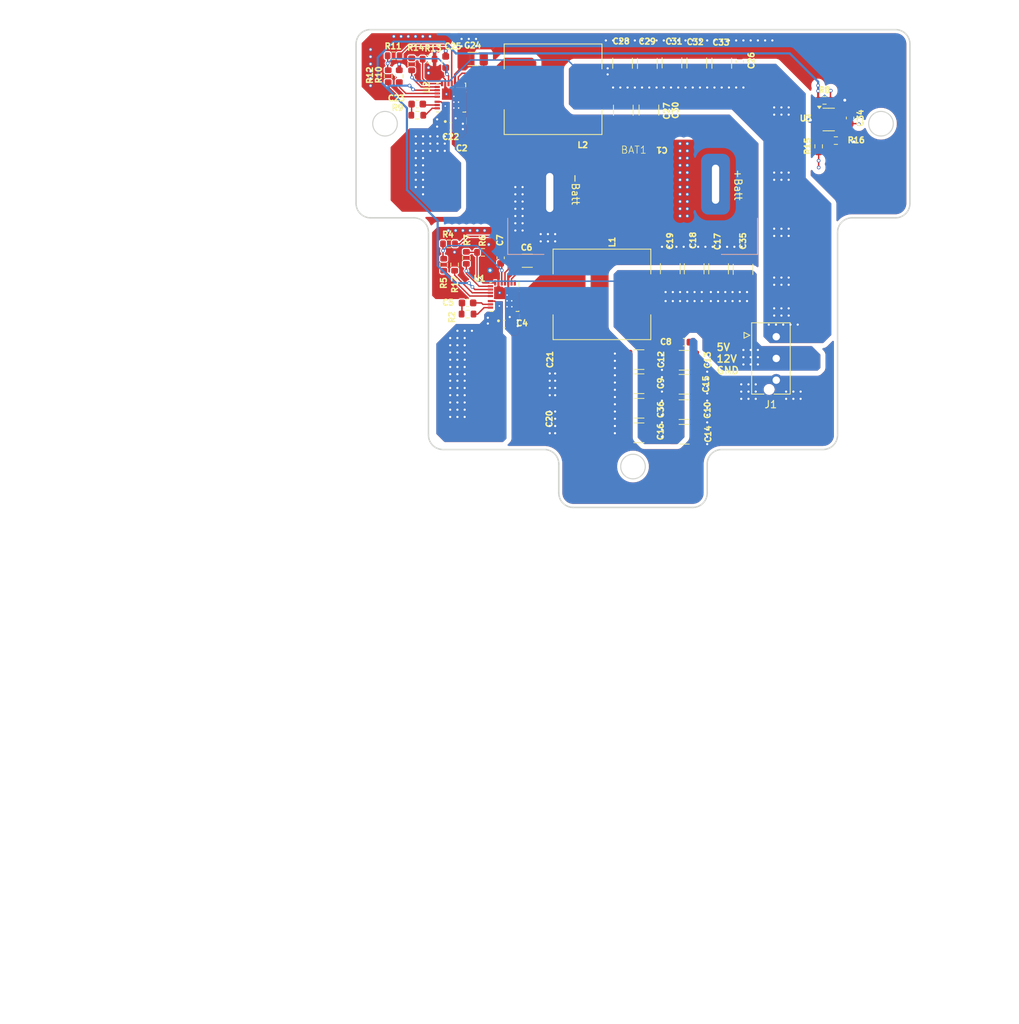
<source format=kicad_pcb>
(kicad_pcb (version 20241229) (generator "pcbnew") (generator_version "9.0")
  (layers (0 "F.Cu" signal) (4 "In1.Cu" power) (6 "In2.Cu" power) (2 "B.Cu" signal) (13 "F.Paste" user) (15 "B.Paste" user) (5 "F.SilkS" user "F.Silkscreen") (7 "B.SilkS" user "B.Silkscreen") (1 "F.Mask" user) (3 "B.Mask" user) (25 "Edge.Cuts" user))
  (net 0 "")
  (net 1 "GND")
  (net 2 "+BATT")
  (net 3 "Net-(C5-Pad2)")
  (net 4 "Net-(U1-BOOT)")
  (net 5 "Net-(U1-VDRV)")
  (net 6 "GND1")
  (net 7 "Net-(U1-VDD)")
  (net 8 "/+12V")
  (net 9 "Net-(C23-Pad2)")
  (net 10 "Net-(U2-BOOT)")
  (net 11 "Net-(U2-VDRV)")
  (net 12 "Net-(U2-VDD)")
  (net 13 "/+5V")
  (net 14 "Net-(L1-Pad1)")
  (net 15 "Net-(L2-Pad1)")
  (net 16 "Net-(U1-PHASE)")
  (net 17 "Net-(U1-MODE2)")
  (net 18 "Net-(U1-PGOOD)")
  (net 19 "Net-(U1-MODE1)")
  (net 20 "Net-(U1-FB)")
  (net 21 "/12V/EN_12V")
  (net 22 "Net-(U2-PHASE)")
  (net 23 "Net-(U2-MODE2)")
  (net 24 "Net-(U2-PGOOD)")
  (net 25 "Net-(U2-MODE1)")
  (net 26 "Net-(U2-FB)")
  (net 27 "Net-(U3-SENSE)")
  (net 34 "GND2")
  (footprint "Capacitor_SMD:C_0603_1608Metric" (layer "F.Cu") (at 150.282 63.9098 -90)
    (property "Reference" "C34")
    (property "Value" "100n/50V/0603")
  )
  (footprint "Library:MOLEX_2165711003" (layer "F.Cu") (at 140.087 94.1198 90)
    (property "Reference" "J1")
    (property "Value" "2165711003")
  )
  (footprint "Resistor_SMD:R_0603_1608Metric" (layer "F.Cu") (at 94.157 84.1698 -90)
    (property "Reference" "R5")
    (property "Value" "100k/0603")
  )
  (footprint "Capacitor_SMD:C_1210_3225Metric" (layer "F.Cu") (at 125.682 56.2898 90)
    (property "Reference" "C31")
    (property "Value" "22u/25V/1210")
  )
  (footprint "Library:NetTie-2_SMD_Pad1.56mm" (layer "F.Cu") (at 95.126618 60.6098)
    (property "Reference" "NT1" (hide yes))
    (property "Value" "NetTie_2" (hide yes))
  )
  (footprint "Capacitor_SMD:C_0603_1608Metric" (layer "F.Cu") (at 90.497 61.9873 180)
    (property "Reference" "C23")
    (property "Value" "100n/50V/0603")
  )
  (footprint "Capacitor_SMD:C_1210_3225Metric" (layer "F.Cu") (at 135.502 84.8148 90)
    (property "Reference" "C35")
    (property "Value" "22u/25V/1210")
  )
  (footprint "Capacitor_SMD:C_1210_3225Metric" (layer "F.Cu") (at 121.117 103.9998 180)
    (property "Reference" "C36")
    (property "Value" "22u/25V/1210")
  )
  (footprint "Resistor_SMD:R_0603_1608Metric" (layer "F.Cu") (at 94.882 81.2898 180)
    (property "Reference" "R4")
    (property "Value" "100k/0603")
  )
  (footprint "Capacitor_SMD:C_0603_1608Metric" (layer "F.Cu") (at 97.452 89.4498 180)
    (property "Reference" "C5")
    (property "Value" "100n/50V/0603")
  )
  (footprint "Capacitor_SMD:C_0603_1608Metric" (layer "F.Cu") (at 127.382 94.8698 180)
    (property "Reference" "C8")
    (property "Value" "100n/50V/0603")
  )
  (footprint "Capacitor_SMD:C_1210_3225Metric" (layer "F.Cu") (at 127.387 97.3698)
    (property "Reference" "C13")
    (property "Value" "22u/25V/1210")
  )
  (footprint "Capacitor_SMD:C_1210_3225Metric" (layer "F.Cu") (at 132.122 84.7398 90)
    (property "Reference" "C17")
    (property "Value" "22u/25V/1210")
  )
  (footprint "Library:C_1206_3216Metric" (layer "F.Cu") (at 105.702 83.6248 180)
    (property "Reference" "C6")
    (property "Value" "4.7u/50V/1206")
  )
  (footprint "Capacitor_SMD:C_0603_1608Metric" (layer "F.Cu") (at 94.432 56.1798 90)
    (property "Reference" "C25")
    (property "Value" "1u/50V/0603")
  )
  (footprint "Resistor_SMD:R_0603_1608Metric" (layer "F.Cu") (at 95.667 84.1698 90)
    (property "Reference" "R17")
    (property "Value" "200k/0603")
  )
  (footprint "Capacitor_SMD:C_0603_1608Metric" (layer "F.Cu") (at 95.132 65.0773 180)
    (property "Reference" "C22")
    (property "Value" "100n/50V/0603")
  )
  (footprint "Capacitor_SMD:C_0603_1608Metric" (layer "F.Cu") (at 102.512 92.3598 180)
    (property "Reference" "C4")
    (property "Value" "100n/50V/0603")
  )
  (footprint "Capacitor_SMD:C_1210_3225Metric" (layer "F.Cu") (at 125.452 84.7248 90)
    (property "Reference" "C19")
    (property "Value" "22u/25V/1210")
  )
  (footprint "Capacitor_SMD:C_1210_3225Metric" (layer "F.Cu") (at 129.112 56.3098 90)
    (property "Reference" "C32")
    (property "Value" "22u/25V/1210")
  )
  (footprint "Resistor_SMD:R_0603_1608Metric" (layer "F.Cu") (at 146.752 61.4798)
    (property "Reference" "R8")
    (property "Value" "100k/0603")
  )
  (footprint "Library:IND_SRP1265A-2R2M" (layer "F.Cu") (at 116.012 88.2698)
    (property "Reference" "L1")
    (property "Value" "2.2u/22A")
  )
  (footprint "Capacitor_SMD:C_1210_3225Metric" (layer "F.Cu") (at 118.962 62.8398 -90)
    (property "Reference" "C27")
    (property "Value" "22u/25V/1210")
  )
  (footprint "Resistor_SMD:R_0603_1608Metric" (layer "F.Cu") (at 90.507 63.5273 180)
    (property "Reference" "R9")
    (property "Value" "2.2R/0603")
  )
  (footprint "Capacitor_SMD:C_1210_3225Metric" (layer "F.Cu") (at 128.752 84.7398 90)
    (property "Reference" "C18")
    (property "Value" "22u/25V/1210")
  )
  (footprint "Resistor_SMD:R_0603_1608Metric" (layer "F.Cu") (at 97.282 83.2248 -90)
    (property "Reference" "R7")
    (property "Value" "191K/0603/0.1%")
  )
  (footprint "Library:NetTie-2_SMD_Pad1.56mm" (layer "F.Cu") (at 102.469448 88.1398)
    (property "Reference" "NT2" (hide yes))
    (property "Value" "NetTie_2" (hide yes))
  )
  (footprint "Library:C_1206_3216Metric" (layer "F.Cu") (at 98.212 55.7598 180)
    (property "Reference" "C24")
    (property "Value" "4.7u/50V/1206")
  )
  (footprint "Library:C_CER_7.5x6.3" (layer "F.Cu") (at 102.972 97.1598)
    (property "Reference" "C21")
    (property "Value" "22u/50V/3025")
  )
  (footprint "Library:VREG_SIC437AED-T1-GE3" (layer "F.Cu") (at 95.197 61.0948 90)
    (property "Reference" "U2")
    (property "Value" "SIC43x")
  )
  (footprint "Resistor_SMD:R_0603_1608Metric" (layer "F.Cu") (at 99.587 82.4648 180)
    (property "Reference" "R6")
    (property "Value" "10k/0603/0.1%")
  )
  (footprint "Capacitor_SMD:C_1210_3225Metric" (layer "F.Cu") (at 132.562 56.3398 90)
    (property "Reference" "C33")
    (property "Value" "22u/25V/1210")
  )
  (footprint "Resistor_SMD:R_0603_1608Metric" (layer "F.Cu") (at 145.942 67.8248 -90)
    (property "Reference" "R15")
    (property "Value" "2M/0603")
  )
  (footprint "Library:C_CER_7.5x6.3" (layer "F.Cu") (at 120.692 73.1098 180)
    (property "Reference" "C1")
    (property "Value" "22u/50V/3025")
  )
  (footprint "Package_TO_SOT_SMD:TSOT-23-6" (layer "F.Cu") (at 147.3345 64.1198)
    (property "Reference" "U3")
    (property "Value" "TPS3711DDCR")
  )
  (footprint "Resistor_SMD:R_0603_1608Metric" (layer "F.Cu") (at 89.732 56.4998 -90)
    (property "Reference" "R14")
    (property "Value" "73.2K/0603/0.1")
  )
  (footprint "Capacitor_SMD:C_1210_3225Metric" (layer "F.Cu") (at 122.502 62.8198 -90)
    (property "Reference" "C30")
    (property "Value" "22u/25V/1210")
  )
  (footprint "Capacitor_SMD:C_1210_3225Metric" (layer "F.Cu") (at 127.367 104.1898)
    (property "Reference" "C10")
    (property "Value" "22u/25V/1210")
  )
  (footprint "Library:C_CER_7.5x6.3" (layer "F.Cu") (at 102.992 105.0798)
    (property "Reference" "C20")
    (property "Value" "22u/50V/3025")
  )
  (footprint "Capacitor_SMD:C_1210_3225Metric" (layer "F.Cu") (at 118.862 56.3398 90)
    (property "Reference" "C28")
    (property "Value" "22u/25V/1210")
  )
  (footprint "Capacitor_SMD:C_1210_3225Metric" (layer "F.Cu") (at 121.117 97.2798 180)
    (property "Reference" "C12")
    (property "Value" "22u/25V/1210")
  )
  (footprint "Resistor_SMD:R_0603_1608Metric" (layer "F.Cu") (at 97.452 90.9898 180)
    (property "Reference" "R2")
    (property "Value" "2.2R/0603")
  )
  (footprint "Capacitor_SMD:C_1210_3225Metric" (layer "F.Cu") (at 121.117 100.6098 180)
    (property "Reference" "C9")
    (property "Value" "22u/25V/1210")
  )
  (footprint "Capacitor_SMD:C_1210_3225Metric" (layer "F.Cu") (at 122.282 56.3648 90)
    (property "Reference" "C29")
    (property "Value" "22u/25V/1210")
  )
  (footprint "Capacitor_SMD:C_0603_1608Metric" (layer "F.Cu") (at 102.017 83.2223 90)
    (property "Reference" "C7")
    (property "Value" "1u/50V/0603")
  )
  (footprint "Resistor_SMD:R_0603_1608Metric" (layer "F.Cu") (at 86.482 58.1398 -90)
    (property "Reference" "R12")
    (property "Value" "100k/0603")
  )
  (footprint "Library:Milwaukee 18V battery connector R1" (layer "F.Cu") (at 120.252 68.4998 180)
    (property "Reference" "BAT1")
    (property "Value" "Conn_01x02")
  )
  (footprint "Resistor_SMD:R_0603_1608Metric" (layer "F.Cu") (at 92.072 55.7798 180)
    (property "Reference" "R13")
    (property "Value" "10k/0603/0.1%")
  )
  (footprint "Resistor_SMD:R_0603_1608Metric" (layer "F.Cu") (at 88.022 58.1348 90)
    (property "Reference" "R10")
    (property "Value" "200k/0603")
  )
  (footprint "Capacitor_SMD:C_1210_3225Metric" (layer "F.Cu") (at 127.367 107.5898)
    (property "Reference" "C14")
    (property "Value" "22u/25V/1210")
  )
  (footprint "Resistor_SMD:R_0603_1608Metric" (layer "F.Cu") (at 87.232 55.3098 180)
    (property "Reference" "R11")
    (property "Value" "100k/0603")
  )
  (footprint "Resistor_SMD:R_0603_1608Metric" (layer "F.Cu") (at 148.322 67.0348 180)
    (property "Reference" "R16")
    (property "Value" "51.1K/0603")
  )
  (footprint "Library:VREG_SIC437AED-T1-GE3" (layer "F.Cu") (at 102.547 88.6248 90)
    (property "Reference" "U1")
    (property "Value" "SIC43x")
  )
  (footprint "Capacitor_SMD:C_0603_1608Metric" (layer "F.Cu") (at 135.052 56.1248 -90)
    (property "Reference" "C26")
    (property "Value" "100n/50V/0603")
  )
  (footprint "Capacitor_SMD:C_1210_3225Metric" (layer "F.Cu") (at 127.367 100.6898)
    (property "Reference" "C15")
    (property "Value" "22u/25V/1210")
  )
  (footprint "Capacitor_SMD:C_1210_3225Metric" (layer "F.Cu") (at 121.117 107.3898 180)
    (property "Reference" "C16")
    (property "Value" "22u/25V/1210")
  )
  (footprint "Library:IND_SRP1265A-2R2M" (layer "F.Cu") (at 109.262 59.9398)
    (property "Reference" "L2")
    (property "Value" "2.2u/22A")
  )
  (footprint "Library:C_CER_7.5x6.3" (layer "F.Cu") (at 96.572 72.7498)
    (property "Reference" "C2")
    (property "Value" "22u/50V/3025")
  )
  (gr_rect (start 102.524448 87.551268) (end 102.644448 88.915889) (stroke (width 0.01)) (fill yes) (layer "F.Cu") (net 1))
  (gr_rect (start 102.262 87.36499) (end 102.382 88.919611) (stroke (width 0.01)) (fill yes) (layer "F.Cu") (net 34))
  (gr_rect (start 94.952 59.825179) (end 95.072 61.3898) (stroke (width 0.01)) (fill yes) (layer "F.Cu") (net 6))
  (gr_rect (start 95.222 60.0198) (end 95.342 61.384421) (stroke (width 0.01)) (fill yes) (layer "F.Cu") (net 1))
  (gr_line (start 148.552 79.6998) (end 148.552 107.6998) (stroke (width 0.2)) (layer "Edge.Cuts"))
  (gr_arc (start 108.052001 109.6998) (mid 109.466214 110.285586) (end 110.052 111.699799) (stroke (width 0.2)) (layer "Edge.Cuts"))
  (gr_line (start 84.051999 51.6998) (end 156.552 51.6998) (stroke (width 0.2)) (layer "Edge.Cuts"))
  (gr_arc (start 84.051998 77.6998) (mid 82.637786 77.114014) (end 82.052 75.699802) (stroke (width 0.2)) (layer "Edge.Cuts"))
  (gr_line (start 92.052 107.699802) (end 92.052 79.699799) (stroke (width 0.2)) (layer "Edge.Cuts"))
  (gr_arc (start 148.552 107.6998) (mid 147.966214 109.114014) (end 146.552 109.6998) (stroke (width 0.2)) (layer "Edge.Cuts"))
  (gr_arc (start 148.552 79.6998) (mid 149.137786 78.285586) (end 150.552 77.6998) (stroke (width 0.2)) (layer "Edge.Cuts"))
  (gr_circle (center 154.552 64.6998) (end 156.252 64.6998) (stroke (width 0.15)) (fill no) (layer "Edge.Cuts"))
  (gr_arc (start 130.552 115.6998) (mid 129.966214 117.114014) (end 128.552 117.6998) (stroke (width 0.2)) (layer "Edge.Cuts"))
  (gr_line (start 112.051998 117.6998) (end 128.552 117.6998) (stroke (width 0.2)) (layer "Edge.Cuts"))
  (gr_arc (start 112.051998 117.6998) (mid 110.637786 117.114014) (end 110.052 115.699802) (stroke (width 0.2)) (layer "Edge.Cuts"))
  (gr_line (start 146.552 109.6998) (end 132.552 109.6998) (stroke (width 0.2)) (layer "Edge.Cuts"))
  (gr_line (start 156.552 77.6998) (end 150.552 77.6998) (stroke (width 0.2)) (layer "Edge.Cuts"))
  (gr_line (start 82.052 53.699799) (end 82.052 75.699802) (stroke (width 0.2)) (layer "Edge.Cuts"))
  (gr_line (start 108.052001 109.6998) (end 94.051998 109.6998) (stroke (width 0.2)) (layer "Edge.Cuts"))
  (gr_arc (start 94.051998 109.6998) (mid 92.637786 109.114014) (end 92.052 107.699802) (stroke (width 0.2)) (layer "Edge.Cuts"))
  (gr_circle (center 120.302 112.0498) (end 122.002 112.0498) (stroke (width 0.15)) (fill no) (layer "Edge.Cuts"))
  (gr_line (start 158.552 75.6998) (end 158.552 53.6998) (stroke (width 0.2)) (layer "Edge.Cuts"))
  (gr_arc (start 82.052 53.699799) (mid 82.637786 52.285586) (end 84.051999 51.6998) (stroke (width 0.2)) (layer "Edge.Cuts"))
  (gr_circle (center 86.052 64.6998) (end 87.752 64.6998) (stroke (width 0.15)) (fill no) (layer "Edge.Cuts"))
  (gr_line (start 110.052 115.699802) (end 110.052 111.699799) (stroke (width 0.2)) (layer "Edge.Cuts"))
  (gr_arc (start 158.552 75.6998) (mid 157.966214 77.114014) (end 156.552 77.6998) (stroke (width 0.2)) (layer "Edge.Cuts"))
  (gr_arc (start 130.552 111.6998) (mid 131.137786 110.285586) (end 132.552 109.6998) (stroke (width 0.2)) (layer "Edge.Cuts"))
  (gr_arc (start 156.552 51.6998) (mid 157.966214 52.285586) (end 158.552 53.6998) (stroke (width 0.2)) (layer "Edge.Cuts"))
  (gr_line (start 130.552 111.6998) (end 130.552 115.6998) (stroke (width 0.2)) (layer "Edge.Cuts"))
  (gr_arc (start 90.052001 77.6998) (mid 91.466214 78.285586) (end 92.052 79.699799) (stroke (width 0.2)) (layer "Edge.Cuts"))
  (gr_line (start 90.052001 77.6998) (end 84.051998 77.6998) (stroke (width 0.2)) (layer "Edge.Cuts"))
  (gr_text "5V\n12V\nGND" (at 131.732 99.3698 0) (layer "F.SilkS") (effects (font (size 1 1) (thickness 0.2) (bold yes)) (justify left bottom)))
  (segment (start 150.637 67.0348) (end 150.802 67.1998) (width 0.25) (layer "F.Cu") (net 1))
  (segment (start 149.147 67.0348) (end 150.637 67.0348) (width 0.25) (layer "F.Cu") (net 1))
  (segment (start 104.202 84.5998) (end 104.202 84.1648) (width 0.25) (layer "F.Cu") (net 1))
  (segment (start 148.472 62.5298) (end 149.552 61.4498) (width 0.25) (layer "F.Cu") (net 1))
  (segment (start 146.197 64.1198) (end 144.882 64.1198) (width 0.25) (layer "F.Cu") (net 1))
  (segment (start 144.882 64.1198) (end 144.802 64.1998) (width 0.25) (layer "F.Cu") (net 1))
  (segment (start 103.072 85.7298) (end 104.202 84.5998) (width 0.25) (layer "F.Cu") (net 1))
  (segment (start 95.722 58.0098) (end 96.737 56.9948) (width 0.25) (layer "F.Cu") (net 1))
  (segment (start 95.722 59.1573) (end 95.722 63.1198) (width 0.25) (layer "F.Cu") (net 1))
  (segment (start 103.072 86.6873) (end 103.072 90.6498) (width 0.25) (layer "F.Cu") (net 1))
  (segment (start 148.472 63.1698) (end 148.472 62.5298) (width 0.25) (layer "F.Cu") (net 1))
  (segment (start 95.722 59.1573) (end 95.722 58.0098) (width 0.25) (layer "F.Cu") (net 1))
  (segment (start 104.202 84.1648) (end 103.697 83.6598) (width 0.25) (layer "F.Cu") (net 1))
  (segment (start 96.737 56.9948) (end 96.737 55.7598) (width 0.25) (layer "F.Cu") (net 1))
  (segment (start 103.072 86.6873) (end 103.072 85.7298) (width 0.25) (layer "F.Cu") (net 1))
  (via (at 126.552 53.1998) (size 0.5) (drill 0.3) (layers "F.Cu" "B.Cu") (net 1))
  (via (at 124.302 81.6998) (size 0.5) (drill 0.3) (layers "F.Cu" "B.Cu") (net 1))
  (via (at 108.552 80.9498) (size 0.5) (drill 0.3) (layers "F.Cu" "B.Cu") (net 1))
  (via (at 137.252 100.6998) (size 0.5) (drill 0.3) (layers "F.Cu" "B.Cu") (net 1))
  (via (at 95.556466 60.923237) (size 0.45) (drill 0.2) (layers "F.Cu" "B.Cu") (net 1))
  (via (at 133.302 81.6998) (size 0.5) (drill 0.3) (layers "F.Cu" "B.Cu") (net 1))
  (via (at 108.552 79.9498) (size 0.5) (drill 0.3) (layers "F.Cu" "B.Cu") (net 1))
  (via (at 109.552 101.1998) (size 0.5) (drill 0.3) (layers "F.Cu" "B.Cu") (net 1))
  (via (at 97.622 52.9898) (size 0.5) (drill 0.3) (layers "F.Cu" "B.Cu") (net 1))
  (via (at 141.452 102.6998) (size 0.5) (drill 0.3) (layers "F.Cu" "B.Cu") (net 1))
  (via (at 121.552 53.1998) (size 0.5) (drill 0.3) (layers "F.Cu" "B.Cu") (net 1))
  (via (at 143.452 101.6998) (size 0.5) (drill 0.3) (layers "F.Cu" "B.Cu") (net 1))
  (via (at 132.302 81.6998) (size 0.5) (drill 0.3) (layers "F.Cu" "B.Cu") (net 1))
  (via (at 109.552 99.1998) (size 0.5) (drill 0.3) (layers "F.Cu" "B.Cu") (net 1))
  (via (at 117.802 96.4498) (size 0.5) (drill 0.3) (layers "F.Cu" "B.Cu") (net 1))
  (via (at 118.552 53.1998) (size 0.5) (drill 0.3) (layers "F.Cu" "B.Cu") (net 1))
  (via (at 104.052 75.4498) (size 0.5) (drill 0.3) (layers "F.Cu" "B.Cu") (net 1))
  (via (at 109.552 107.4498) (size 0.5) (drill 0.3) (layers "F.Cu" "B.Cu") (net 1))
  (via (at 107.552 79.9498) (size 0.5) (drill 0.3) (layers "F.Cu" "B.Cu") (net 1))
  (via (at 105.052 75.4498) (size 0.5) (drill 0.3) (layers "F.Cu" "B.Cu") (net 1))
  (via (at 108.802 101.1998) (size 0.5) (drill 0.3) (layers "F.Cu" "B.Cu") (net 1))
  (via (at 96.201192 61.717156) (size 0.45) (drill 0.2) (layers "F.Cu" "B.Cu") (net 1))
  (via (at 117.802 97.4498) (size 0.5) (drill 0.3) (layers "F.Cu" "B.Cu") (net 1))
  (via (at 136.252 100.6998) (size 0.5) (drill 0.3) (layers "F.Cu" "B.Cu") (net 1))
  (via (at 117.802 104.4498) (size 0.5) (drill 0.3) (layers "F.Cu" "B.Cu") (net 1))
  (via (at 128.302 81.6998) (size 0.5) (drill 0.3) (layers "F.Cu" "B.Cu") (net 1))
  (via (at 129.552 53.1998) (size 0.5) (drill 0.3) (layers "F.Cu" "B.Cu") (net 1))
  (via (at 127.552 53.1998) (size 0.5) (drill 0.3) (layers "F.Cu" "B.Cu") (net 1))
  (via (at 126.302 81.6998) (size 0.5) (drill 0.3) (layers "F.Cu" "B.Cu") (net 1))
  (via (at 98.622 52.9898) (size 0.5) (drill 0.3) (layers "F.Cu" "B.Cu") (net 1))
  (via (at 131.302 81.6998) (size 0.5) (drill 0.3) (layers "F.Cu" "B.Cu") (net 1))
  (via (at 130.552 97.9498) (size 0.5) (drill 0.3) (layers "F.Cu" "B.Cu") (net 1))
  (via (at 108.802 99.1998) (size 0.5) (drill 0.3) (layers "F.Cu" "B.Cu") (net 1))
  (via (at 117.802 103.4498) (size 0.5) (drill 0.3) (layers "F.Cu" "B.Cu") (net 1))
  (via (at 104.052 77.4498) (size 0.5) (drill 0.3) (layers "F.Cu" "B.Cu") (net 1))
  (via (at 117.802 105.4498) (size 0.5) (drill 0.3) (layers "F.Cu" "B.Cu") (net 1))
  (via (at 107.552 80.9498) (size 0.5) (drill 0.3) (layers "F.Cu" "B.Cu") (net 1))
  (via (at 130.552 108.9498) (size 0.5) (drill 0.3) (layers "F.Cu" "B.Cu") (net 1))
  (via (at 95.556466 62.532388) (size 0.45) (drill 0.2) (layers "F.Cu" "B.Cu") (net 1))
  (via (at 125.552 53.1998) (size 0.5) (drill 0.3) (layers "F.Cu" "B.Cu") (net 1))
  (via (at 105.052 77.4498) (size 0.5) (drill 0.3) (layers "F.Cu" "B.Cu") (net 1))
  (via (at 102.906466 89.978388) (size 0.45) (drill 0.2) (layers "F.Cu" "B.Cu") (net 1))
  (via (at 96.802 65.4498) (size 0.5) (drill 0.3) (layers "F.Cu" "B.Cu") (net 1))
  (via (at 104.377 92.6498) (size 0.5) (drill 0.3) (layers "F.Cu" "B.Cu") (net 1))
  (via (at 108.802 105.4498) (size 0.5) (drill 0.3) (layers "F.Cu" "B.Cu") (net 1))
  (via (at 104.377 91.8498) (size 0.5) (drill 0.3) (layers "F.Cu" "B.Cu") (net 1))
  (via (at 119.552 53.1998) (size 0.5) (drill 0.3) (layers "F.Cu" "B.Cu") (net 1))
  (via (at 142.452 101.6998) (size 0.5) (drill 0.3) (layers "F.Cu" "B.Cu") (net 1))
  (via (at 109.552 106.4498) (size 0.5) (drill 0.3) (layers "F.Cu" "B.Cu") (net 1))
  (via (at 134.552 53.1998) (size 0.5) (drill 0.3) (layers "F.Cu" "B.Cu") (net 1))
  (via (at 122.552 53.1998) (size 0.5) (drill 0.3) (layers "F.Cu" "B.Cu") (net 1))
  (via (at 105.052 78.4498) (size 0.5) (drill 0.3) (layers "F.Cu" "B.Cu") (net 1))
  (via (at 130.552 102.9498) (size 0.5) (drill 0.3) (layers "F.Cu" "B.Cu") (net 1))
  (via (at 130.552 103.9498) (size 0.5) (drill 0.3) (layers "F.Cu" "B.Cu") (net 1))
  (via (at 104.052 79.4498) (size 0.5) (drill 0.3) (layers "F.Cu" "B.Cu") (net 1))
  (via (at 130.302 81.6998) (size 0.5) (drill 0.3) (layers "F.Cu" "B.Cu") (net 1))
  (via (at 105.052 73.4498) (size 0.5) (drill 0.3) (layers "F.Cu" "B.Cu") (net 1))
  (via (at 96.802 64.6998) (size 0.5) (drill 0.3) (layers "F.Cu" "B.Cu") (net 1))
  (via (at 96.219841 62.532388) (size 0.45) (drill 0.2) (layers "F.Cu" "B.Cu") (net 1))
  (via (at 135.252 102.6998) (size 0.5) (drill 0.3) (layers "F.Cu" "B.Cu") (net 1))
  (via (at 117.552 53.1998) (size 0.5) (drill 0.3) (layers "F.Cu" "B.Cu") (net 1))
  (via (at 138.552 53.1998) (size 0.5) (drill 0.3) (layers "F.Cu" "B.Cu") (net 1))
  (via (at 129.302 81.6998) (size 0.5) (drill 0.3) (layers "F.Cu" "B.Cu") (net 1))
  (via (at 117.802 107.4498) (size 0.5) (drill 0.3) (layers "F.Cu" "B.Cu") (net 1))
  (via (at 109.552 100.1998) (size 0.5) (drill 0.3) (layers "F.Cu" "B.Cu") (net 1))
  (via (at 103.569841 89.978388) (size 0.45) (drill 0.2) (layers "F.Cu" "B.Cu") (net 1))
  (via (at 120.552 53.1998) (size 0.5) (drill 0.3) (layers "F.Cu" "B.Cu") (net 1))
  (via (at 104.052 74.4498) (size 0.5) (drill 0.3) (layers "F.Cu" "B.Cu") (net 1))
  (via (at 141.452 101.6998) (size 0.5) (drill 0.3) (layers "F.Cu" "B.Cu") (net 1))
  (via (at 144.802 64.1998) (size 0.8) (drill 0.4) (layers "F.Cu" "B.Cu") (net 1))
  (via (at 135.302 81.6998) (size 0.5) (drill 0.3) (layers "F.Cu" "B.Cu") (net 1))
  (via (at 130.552 106.9498) (size 0.5) (drill 0.3) (layers "F.Cu" "B.Cu") (net 1))
  (via (at 103.551192 89.163156) (size 0.45) (drill 0.2) (layers "F.Cu" "B.Cu") (net 1))
  (via (at 134.302 81.6998) (size 0.5) (drill 0.3) (layers "F.Cu" "B.Cu") (net 1))
  (via (at 130.552 100.9498) (size 0.5) (drill 0.3) (layers "F.Cu" "B.Cu") (net 1))
  (via (at 137.252 101.6998) (size 0.5) (drill 0.3) (layers "F.Cu" "B.Cu") (net 1))
  (via (at 96.622 52.9898) (size 0.5) (drill 0.3) (layers "F.Cu" "B.Cu") (net 1))
  (via (at 130.552 105.9498) (size 0.5) (drill 0.3) (layers "F.Cu" "B.Cu") (net 1))
  (via (at 109.552 80.9498) (size 0.5) (drill 0.3) (layers "F.Cu" "B.Cu") (net 1))
  (via (at 109.552 105.4498) (size 0.5) (drill 0.3) (layers "F.Cu" "B.Cu") (net 1))
  (via (at 150.802 67.1998) (size 0.8) (drill 0.4) (layers "F.Cu" "B.Cu") (net 1))
  (via (at 136.252 101.6998) (size 0.5) (drill 0.3) (layers "F.Cu" "B.Cu") (net 1))
  (via (at 128.552 53.1998) (size 0.5) (drill 0.3) (layers "F.Cu" "B.Cu") (net 1))
  (via (at 135.252 100.6998) (size 0.5) (drill 0.3) (layers "F.Cu" "B.Cu") (net 1))
  (via (at 102.906466 88.369237) (size 0.45) (drill 0.2) (layers "F.Cu" "B.Cu") (net 1))
  (via (at 123.552 53.1998) (size 0.5) (drill 0.3) (layers "F.Cu" "B.Cu") (net 1))
  (via (at 139.552 53.1998) (size 0.5) (drill 0.3) (layers "F.Cu" "B.Cu") (net 1))
  (via (at 124.552 53.1998) (size 0.5) (drill 0.3) (layers "F.Cu" "B.Cu") (net 1))
  (via (at 108.802 102.1998) (size 0.5) (drill 0.3) (layers "F.Cu" "B.Cu") (net 1))
  (via (at 117.802 102.4498) (size 0.5) (drill 0.3) (layers "F.Cu" "B.Cu") (net 1))
  (via (at 137.252 102.6998) (size 0.5) (drill 0.3) (layers "F.Cu" "B.Cu") (net 1))
  (via (at 102.906466 89.163156) (size 0.45) (drill 0.2) (layers "F.Cu" "B.Cu") (net 1))
  (via (at 97.622 53.9898) (size 0.5) (drill 0.3) (layers "F.Cu" "B.Cu") (net 1))
  (via (at 109.552 104.4498) (size 0.5) (drill 0.3) (layers "F.Cu" "B.Cu") (net 1))
  (via (at 130.552 99.9498) (size 0.5) (drill 0.3) (layers "F.Cu" "B.Cu") (net 1))
  (via (at 104.052 76.4498) (size 0.5) (drill 0.3) (layers "F.Cu" "B.Cu") (net 1))
  (via (at 125.302 81.6998) (size 0.5) (drill 0.3) (layers "F.Cu" "B.Cu") (net 1))
  (via (at 142.452 102.6998) (size 0.5) (drill 0.3) (layers "F.Cu" "B.Cu") (net 1))
  (via (at 131.552 53.1998) (size 0.5) (drill 0.3) (layers "F.Cu" "B.Cu") (net 1))
  (via (at 130.552 98.9498) (size 0.5) (drill 0.3) (layers "F.Cu" "B.Cu") (net 1))
  (via (at 143.452 102.6998) (size 0.5) (drill 0.3) (layers "F.Cu" "B.Cu") (net 1))
  (via (at 130.552 101.9498) (size 0.5) (drill 0.3) (layers "F.Cu" "B.Cu") (net 1))
  (via (at 136.552 53.1998) (size 0.5) (drill 0.3) (layers "F.Cu" "B.Cu") (net 1))
  (via (at 105.052 76.4498) (size 0.5) (drill 0.3) (layers "F.Cu" "B.Cu") (net 1))
  (via (at 117.802 99.4498) (size 0.5) (drill 0.3) (layers "F.Cu" "B.Cu") (net 1))
  (via (at 105.052 74.4498) (size 0.5) (drill 0.3) (layers "F.Cu" "B.Cu") (net 1))
  (via (at 95.802 63.9498) (size 0.5) (drill 0.3) (layers "F.Cu" "B.Cu") (net 1))
  (via (at 108.802 104.4498) (size 0.5) (drill 0.3) (layers "F.Cu" "B.Cu") (net 1))
  (via (at 116.552 53.1998) (size 0.5) (drill 0.3) (layers "F.Cu" "B.Cu") (net 1))
  (via (at 98.622 53.9898) (size 0.5) (drill 0.3) (layers "F.Cu" "B.Cu") (net 1))
  (via (at 137.552 53.1998) (size 0.5) (drill 0.3) (layers "F.Cu" "B.Cu") (net 1))
  (via (at 103.277 91.3998) (size 0.5) (drill 0.3) (layers "F.Cu" "B.Cu") (net 1))
  (via (at 117.802 100.4498) (size 0.5) (drill 0.3) (layers "F.Cu" "B.Cu") (net 1))
  (via (at 149.552 61.4498) (size 0.8) (drill 0.4) (layers "F.Cu" "B.Cu") (net 1))
  (via (at 130.552 53.1998) (size 0.5) (drill 0.3) (layers "F.Cu" "B.Cu") (net 1))
  (via (at 135.552 53.1998) (size 0.5) (drill 0.3) (layers "F.Cu" "B.Cu") (net 1))
  (via (at 104.052 78.4498) (size 0.5) (drill 0.3) (layers "F.Cu" "B.Cu") (net 1))
  (via (at 108.802 100.1998) (size 0.5) (drill 0.3) (layers "F.Cu" "B.Cu") (net 1))
  (via (at 95.556466 61.717156) (size 0.45) (drill 0.2) (layers "F.Cu" "B.Cu") (net 1))
  (via (at 117.802 106.4498) (size 0.5) (drill 0.3) (layers "F.Cu" "B.Cu") (net 1))
  (via (at 108.802 107.4498) (size 0.5) (drill 0.3) (layers "F.Cu" "B.Cu") (net 1))
  (via (at 96.622 53.9898) (size 0.5) (drill 0.3) (layers "F.Cu" "B.Cu") (net 1))
  (via (at 135.252 101.6998) (size 0.5) (drill 0.3) (layers "F.Cu" "B.Cu") (net 1))
  (via (at 130.552 104.9498) (size 0.5) (drill 0.3) (layers "F.Cu" "B.Cu") (net 1))
  (via (at 136.252 102.6998) (size 0.5) (drill 0.3) (layers "F.Cu" "B.Cu") (net 1))
  (via (at 117.802 101.4498) (size 0.5) (drill 0.3) (layers "F.Cu" "B.Cu") (net 1))
  (via (at 117.802 98.4498) (size 0.5) (drill 0.3) (layers "F.Cu" "B.Cu") (net 1))
  (via (at 108.802 106.4498) (size 0.5) (drill 0.3) (layers "F.Cu" "B.Cu") (net 1))
  (via (at 130.552 107.9498) (size 0.5) (drill 0.3) (layers "F.Cu" "B.Cu") (net 1))
  (via (at 109.552 102.1998) (size 0.5) (drill 0.3) (layers "F.Cu" "B.Cu") (net 1))
  (via (at 105.052 79.4498) (size 0.5) (drill 0.3) (layers "F.Cu" "B.Cu") (net 1))
  (via (at 109.552 79.9498) (size 0.5) (drill 0.3) (layers "F.Cu" "B.Cu") (net 1))
  (via (at 133.552 53.1998) (size 0.5) (drill 0.3) (layers "F.Cu" "B.Cu") (net 1))
  (via (at 127.302 81.6998) (size 0.5) (drill 0.3) (layers "F.Cu" "B.Cu") (net 1))
  (via (at 104.052 73.4498) (size 0.5) (drill 0.3) (layers "F.Cu" "B.Cu") (net 1))
  (via (at 132.552 53.1998) (size 0.5) (drill 0.3) (layers "F.Cu" "B.Cu") (net 1))
  (segment (start 150.282 64.6848) (end 151.417 64.6848) (width 0.2) (layer "F.Cu") (net 2))
  (segment (start 94.372 62.2638) (end 94.372 63.1198) (width 0.2) (layer "F.Cu") (net 2))
  (segment (start 149.142 64.1198) (end 149.707 64.6848) (width 0.2) (layer "F.Cu") (net 2))
  (segment (start 147.577 61.4798) (end 147.577 60.1848) (width 0.2) (layer "F.Cu") (net 2))
  (segment (start 93.2595 61.6698) (end 93.778 61.6698) (width 0.2) (layer "F.Cu") (net 2))
  (segment (start 147.577 60.1848) (end 147.622 60.1398) (width 0.2) (layer "F.Cu") (net 2))
  (segment (start 101.212 89.1998) (end 101.722 89.7098) (width 0.2) (layer "F.Cu") (net 2))
  (segment (start 93.778 61.6698) (end 94.372 62.2638) (width 0.2) (layer "F.Cu") (net 2))
  (segment (start 148.472 64.1198) (end 149.142 64.1198) (width 0.2) (layer "F.Cu") (net 2))
  (segment (start 100.6095 89.1998) (end 101.212 89.1998) (width 0.2) (layer "F.Cu") (net 2))
  (segment (start 101.722 89.7098) (end 101.722 90.6498) (width 0.2) (layer "F.Cu") (net 2))
  (segment (start 101.722 89.7098) (end 101.722 90.5658) (width 0.2) (layer "F.Cu") (net 2))
  (segment (start 145.942 70.7398) (end 145.952 70.7498) (width 0.2) (layer "F.Cu") (net 2))
  (segment (start 145.942 69.8098) (end 145.942 70.7398) (width 0.2) (layer "F.Cu") (net 2))
  (segment (start 151.417 64.6848) (end 151.492 64.7598) (width 0.2) (layer "F.Cu") (net 2))
  (segment (start 149.707 64.6848) (end 150.282 64.6848) (width 0.2) (layer "F.Cu") (net 2))
  (segment (start 145.942 69.8098) (end 145.942 68.6498) (width 0.2) (layer "F.Cu") (net 2))
  (via (at 126.802 73.4498) (size 0.5) (drill 0.3) (layers "F.Cu" "B.Cu") (net 2))
  (via (at 96.052 103.1998) (size 0.5) (drill 0.3) (layers "F.Cu" "B.Cu") (net 2))
  (via (at 95.052 104.1998) (size 0.5) (drill 0.3) (layers "F.Cu" "B.Cu") (net 2))
  (via (at 90.302 66.4498) (size 0.5) (drill 0.3) (layers "F.Cu" "B.Cu") (net 2))
  (via (at 94.302 67.4498) (size 0.5) (drill 0.3) (layers "F.Cu" "B.Cu") (net 2))
  (via (at 95.052 101.1998) (size 0.5) (drill 0.3) (layers "F.Cu" "B.Cu") (net 2))
  (via (at 97.052 101.1998) (size 0.5) (drill 0.3) (layers "F.Cu" "B.Cu") (net 2))
  (via (at 91.302 72.4498) (size 0.5) (drill 0.3) (layers "F.Cu" "B.Cu") (net 2))
  (via (at 126.802 75.4498) (size 0.5) (drill 0.3) (layers "F.Cu" "B.Cu") (net 2))
  (via (at 127.802 73.4498) (size 0.5) (drill 0.3) (layers "F.Cu" "B.Cu") (net 2))
  (via (at 126.802 70.4498) (size 0.5) (drill 0.3) (layers "F.Cu" "B.Cu") (net 2))
  (via (at 147.622 60.1398) (size 0.5) (drill 0.3) (layers "F.Cu" "B.Cu") (net 2))
  (via (at 126.802 68.4498) (size 0.5) (drill 0.3) (layers "F.Cu" "B.Cu") (net 2))
  (via (at 95.052 97.2998) (size 0.5) (drill 0.3) (layers "F.Cu" "B.Cu") (net 2))
  (via (at 127.802 71.4498) (size 0.5) (drill 0.3) (layers "F.Cu" "B.Cu") (net 2))
  (via (at 145.942 69.8098) (size 0.5) (drill 0.3) (layers "F.Cu" "B.Cu") (net 2))
  (via (at 92.302 68.4498) (size 0.5) (drill 0.3) (layers "F.Cu" "B.Cu") (net 2))
  (via (at 127.802 69.4498) (size 0.5) (drill 0.3) (layers "F.Cu" "B.Cu") (net 2))
  (via (at 90.302 72.4498) (size 0.5) (drill 0.3) (layers "F.Cu" "B.Cu") (net 2))
  (via (at 95.052 94.2998) (size 0.5) (drill 0.3) (layers "F.Cu" "B.Cu") (net 2))
  (via (at 91.302 74.4498) (size 0.5) (drill 0.3) (layers "F.Cu" "B.Cu") (net 2))
  (via (at 127.802 76.4498) (size 0.5) (drill 0.3) (layers "F.Cu" "B.Cu") (net 2))
  (via (at 97.052 94.2998) (size 0.5) (drill 0.3) (layers "F.Cu" "B.Cu") (net 2))
  (via (at 97.052 93.2998) (size 0.5) (drill 0.3) (layers "F.Cu" "B.Cu") (net 2))
  (via (at 101.842 89.8698) (size 0.45) (drill 0.2) (layers "F.Cu" "B.Cu") (net 2))
  (via (at 96.052 94.2998) (size 0.5) (drill 0.3) (layers "F.Cu" "B.Cu") (net 2))
  (via (at 95.052 100.1998) (size 0.5) (drill 0.3) (layers "F.Cu" "B.Cu") (net 2))
  (via (at 97.052 98.2998) (size 0.5) (drill 0.3) (layers "F.Cu" "B.Cu") (net 2))
  (via (at 100.252 92.2998) (size 0.5) (drill 0.3) (layers "F.Cu" "B.Cu") (net 2))
  (via (at 92.302 67.4498) (size 0.5) (drill 0.3) (layers "F.Cu" "B.Cu") (net 2))
  (via (at 127.802 68.4498) (size 0.5) (drill 0.3) (layers "F.Cu" "B.Cu") (net 2))
  (via (at 126.802 76.4498) (size 0.5) (drill 0.3) (layers "F.Cu" "B.Cu") (net 2))
  (via (at 96.052 98.2998) (size 0.5) (drill 0.3) (layers "F.Cu" "B.Cu") (net 2))
  (via (at 91.302 66.4498) (size 0.5) (drill 0.3) (layers "F.Cu" "B.Cu") (net 2))
  (via (at 126.802 72.4498) (size 0.5) (drill 0.3) (layers "F.Cu" "B.Cu") (net 2))
  (via (at 97.052 103.1998) (size 0.5) (drill 0.3) (layers "F.Cu" "B.Cu") (net 2))
  (via (at 96.052 99.2998) (size 0.5) (drill 0.3) (layers "F.Cu" "B.Cu") (net 2))
  (via (at 93.252 64.0998) (size 0.5) (drill 0.3) (layers "F.Cu" "B.Cu") (net 2))
  (via (at 126.802 77.4498) (size 0.5) (drill 0.3) (layers "F.Cu" "B.Cu") (net 2))
  (via (at 94.372 62.2638) (size 0.45) (drill 0.2) (layers "F.Cu" "B.Cu") (net 2))
  (via (at 127.802 75.4498) (size 0.5) (drill 0.3) (layers "F.Cu" "B.Cu") (net 2))
  (via (at 96.052 100.1998) (size 0.5) (drill 0.3) (layers "F.Cu" "B.Cu") (net 2))
  (via (at 92.302 66.4498) (size 0.5) (drill 0.3) (layers "F.Cu" "B.Cu") (net 2))
  (via (at 90.302 67.4498) (size 0.5) (drill 0.3) (layers "F.Cu" "B.Cu") (net 2))
  (via (at 126.802 71.4498) (size 0.5) (drill 0.3) (layers "F.Cu" "B.Cu") (net 2))
  (via (at 97.052 97.2998) (size 0.5) (drill 0.3) (layers "F.Cu" "B.Cu") (net 2))
  (via (at 93.302 68.4498) (size 0.5) (drill 0.3) (layers "F.Cu" "B.Cu") (net 2))
  (via (at 100.252 91.4998) (size 0.5) (drill 0.3) (layers "F.Cu" "B.Cu") (net 2))
  (via (at 127.802 67.4498) (size 0.5) (drill 0.3) (layers "F.Cu" "B.Cu") (net 2))
  (via (at 91.302 68.4498) (size 0.5) (drill 0.3) (layers "F.Cu" "B.Cu") (net 2))
  (via (at 95.052 105.1998) (size 0.5) (drill 0.3) (layers "F.Cu" "B.Cu") (net 2))
  (via (at 97.052 95.2998) (size 0.5) (drill 0.3) (layers "F.Cu" "B.Cu") (net 2))
  (via (at 90.302 71.4498) (size 0.5) (drill 0.3) (layers "F.Cu" "B.Cu") (net 2))
  (via (at 97.052 96.2998) (size 0.5) (drill 0.3) (layers "F.Cu" "B.Cu") (net 2))
  (via (at 97.052 100.1998) (size 0.5) (drill 0.3) (layers "F.Cu" "B.Cu") (net 2))
  (via (at 95.052 102.1998) (size 0.5) (drill 0.3) (layers "F.Cu" "B.Cu") (net 2))
  (via (at 96.052 102.1998) (size 0.5) (drill 0.3) (layers "F.Cu" "B.Cu") (net 2))
  (via (at 91.302 69.4498) (size 0.5) (drill 0.3) (layers "F.Cu" "B.Cu") (net 2))
  (via (at 90.302 68.4498) (size 0.5) (drill 0.3) (layers "F.Cu" "B.Cu") (net 2))
  (via (at 93.252 65.0998) (size 0.5) (drill 0.3) (layers "F.Cu" "B.Cu") (net 2))
  (via (at 95.052 103.1998) (size 0.5) (drill 0.3) (layers "F.Cu" "B.Cu") (net 2))
  (via (at 91.302 73.4498) (size 0.5) (drill 0.3) (layers "F.Cu" "B.Cu") (net 2))
  (via (at 126.802 67.4498) (size 0.5) (drill 0.3) (layers "F.Cu" "B.Cu") (net 2))
  (via (at 145.952 70.7498) (size 0.5) (drill 0.3) (layers "F.Cu" "B.Cu") (net 2))
  (via (at 94.302 68.4498) (size 0.5) (drill 0.3) (layers "F.Cu" "B.Cu") (net 2))
  (via (at 97.052 105.1998) (size 0.5) (drill 0.3) (layers "F.Cu" "B.Cu") (net 2))
  (via (at 96.052 101.1998) (size 0.5) (drill 0.3) (layers "F.Cu" "B.Cu") (net 2))
  (via (at 95.052 98.2998) (size 0.5) (drill 0.3) (layers "F.Cu" "B.Cu") (net 2))
  (via (at 97.052 99.2998) (size 0.5) (drill 0.3) (layers "F.Cu" "B.Cu") (net 2))
  (via (at 94.302 66.4498) (size 0.5) (drill 0.3) (layers "F.Cu" "B.Cu") (net 2))
  (via (at 91.302 70.4498) (size 0.5) (drill 0.3) (layers "F.Cu" "B.Cu") (net 2))
  (via (at 126.802 69.4498) (size 0.5) (drill 0.3) (layers "F.Cu" "B.Cu") (net 2))
  (via (at 93.302 66.4498) (size 0.5) (drill 0.3) (layers "F.Cu" "B.Cu") (net 2))
  (via (at 93.302 67.4498) (size 0.5) (drill 0.3) (layers "F.Cu" "B.Cu") (net 2))
  (via (at 127.802 77.4498) (size 0.5) (drill 0.3) (layers "F.Cu" "B.Cu") (net 2))
  (via (at 127.802 70.4498) (size 0.5) (drill 0.3) (layers "F.Cu" "B.Cu") (net 2))
  (via (at 127.802 72.4498) (size 0.5) (drill 0.3) (layers "F.Cu" "B.Cu") (net 2))
  (via (at 96.052 97.2998) (size 0.5) (drill 0.3) (layers "F.Cu" "B.Cu") (net 2))
  (via (at 96.052 105.1998) (size 0.5) (drill 0.3) (layers "F.Cu" "B.Cu") (net 2))
  (via (at 95.052 99.2998) (size 0.5) (drill 0.3) (layers "F.Cu" "B.Cu") (net 2))
  (via (at 151.492 64.7598) (size 0.5) (drill 0.3) (layers "F.Cu" "B.Cu") (net 2))
  (via (at 90.302 73.4498) (size 0.5) (drill 0.3) (layers "F.Cu" "B.Cu") (net 2))
  (via (at 97.052 102.1998) (size 0.5) (drill 0.3) (layers "F.Cu" "B.Cu") (net 2))
  (via (at 91.302 71.4498) (size 0.5) (drill 0.3) (layers "F.Cu" "B.Cu") (net 2))
  (via (at 96.052 95.2998) (size 0.5) (drill 0.3) (layers "F.Cu" "B.Cu") (net 2))
  (via (at 96.052 96.2998) (size 0.5) (drill 0.3) (layers "F.Cu" "B.Cu") (net 2))
  (via (at 126.802 74.4498) (size 0.5) (drill 0.3) (layers "F.Cu" "B.Cu") (net 2))
  (via (at 127.802 74.4498) (size 0.5) (drill 0.3) (layers "F.Cu" "B.Cu") (net 2))
  (via (at 96.052 104.1998) (size 0.5) (drill 0.3) (layers "F.Cu" "B.Cu") (net 2))
  (via (at 90.302 70.4498) (size 0.5) (drill 0.3) (layers "F.Cu" "B.Cu") (net 2))
  (via (at 97.052 104.1998) (size 0.5) (drill 0.3) (layers "F.Cu" "B.Cu") (net 2))
  (via (at 91.302 67.4498) (size 0.5) (drill 0.3) (layers "F.Cu" "B.Cu") (net 2))
  (via (at 96.052 93.2998) (size 0.5) (drill 0.3) (layers "F.Cu" "B.Cu") (net 2))
  (via (at 95.052 96.2998) (size 0.5) (drill 0.3) (layers "F.Cu" "B.Cu") (net 2))
  (via (at 98.052 93.2998) (size 0.5) (drill 0.3) (layers "F.Cu" "B.Cu") (net 2))
  (via (at 90.302 69.4498) (size 0.5) (drill 0.3) (layers "F.Cu" "B.Cu") (net 2))
  (via (at 95.052 95.2998) (size 0.5) (drill 0.3) (layers "F.Cu" "B.Cu") (net 2))
  (segment (start 96.677 89.4498) (end 96.677 90.9398) (width 0.2) (layer "F.Cu") (net 3))
  (segment (start 96.677 90.9398) (end 96.627 90.9898) (width 0.2) (layer "F.Cu") (net 3))
  (segment (start 99.372 89.4498) (end 98.227 89.4498) (width 0.2) (layer "F.Cu") (net 4))
  (segment (start 99.572 89.6498) (end 99.372 89.4498) (width 0.2) (layer "F.Cu") (net 4))
  (segment (start 100.6095 89.6498) (end 99.572 89.6498) (width 0.2) (layer "F.Cu") (net 4))
  (segment (start 105.807 85.2598) (end 107.177 83.8898) (width 0.2) (layer "F.Cu") (net 5))
  (segment (start 103.522 86.6873) (end 103.522 86.1298) (width 0.2) (layer "F.Cu") (net 5))
  (segment (start 104.392 85.2598) (end 105.807 85.2598) (width 0.2) (layer "F.Cu") (net 5))
  (segment (start 107.177 83.8898) (end 107.177 83.6248) (width 0.2) (layer "F.Cu") (net 5))
  (segment (start 103.522 86.1298) (end 104.392 85.2598) (width 0.2) (layer "F.Cu") (net 5))
  (segment (start 94.372 59.1573) (end 94.372 58.5998) (width 0.2) (layer "F.Cu") (net 6))
  (segment (start 88.022 56.4798) (end 88.012 56.4698) (width 0.2) (layer "F.Cu") (net 6))
  (segment (start 94.432 54.6398) (end 94.432 55.4048) (width 0.2) (layer "F.Cu") (net 6))
  (segment (start 94.372 59.1573) (end 94.372 60.5323) (width 0.25) (layer "F.Cu") (net 6))
  (segment (start 94.372 58.5998) (end 92.897 57.1248) (width 0.2) (layer "F.Cu") (net 6))
  (segment (start 88.022 57.3098) (end 88.022 56.4798) (width 0.2) (layer "F.Cu") (net 6))
  (segment (start 87.9295 57.0698) (end 87.922 57.0698) (width 0.2) (layer "F.Cu") (net 6))
  (segment (start 94.372 60.5323) (end 94.447 60.6073) (width 0.2) (layer "F.Cu") (net 6))
  (segment (start 92.897 54.6648) (end 92.897 55.7798) (width 0.2) (layer "F.Cu") (net 6))
  (segment (start 92.897 57.1248) (end 92.897 55.7798) (width 0.2) (layer "F.Cu") (net 6))
  (via (at 94.432 54.6398) (size 0.5) (drill 0.3) (layers "F.Cu" "B.Cu") (net 6))
  (via (at 88.266071 52.644927) (size 0.5) (drill 0.3) (layers "F.Cu" "B.Cu") (net 6))
  (via (at 87.266071 52.644927) (size 0.5) (drill 0.3) (layers "F.Cu" "B.Cu") (net 6))
  (via (at 92.052 56.9498) (size 0.5) (drill 0.3) (layers "F.Cu" "B.Cu") (net 6))
  (via (at 84.052 56.4498) (size 0.5) (drill 0.3) (layers "F.Cu" "B.Cu") (net 6))
  (via (at 94.528728 60.610061) (size 0.45) (drill 0.2) (layers "F.Cu" "B.Cu") (net 6))
  (via (at 91.266071 52.644927) (size 0.5) (drill 0.3) (layers "F.Cu" "B.Cu") (net 6))
  (via (at 89.266071 52.644927) (size 0.5) (drill 0.3) (layers "F.Cu" "B.Cu") (net 6))
  (via (at 84.052 59.4498) (size 0.5) (drill 0.3) (layers "F.Cu" "B.Cu") (net 6))
  (via (at 92.897 54.6648) (size 0.5) (drill 0.3) (layers "F.Cu" "B.Cu") (net 6))
  (via (at 84.052 55.4498) (size 0.5) (drill 0.3) (layers "F.Cu" "B.Cu") (net 6))
  (via (at 90.266071 52.644927) (size 0.5) (drill 0.3) (layers "F.Cu" "B.Cu") (net 6))
  (via (at 84.052 54.4498) (size 0.5) (drill 0.3) (layers "F.Cu" "B.Cu") (net 6))
  (via (at 84.052 57.4498) (size 0.5) (drill 0.3) (layers "F.Cu" "B.Cu") (net 6))
  (via (at 84.052 58.4498) (size 0.5) (drill 0.3) (layers "F.Cu" "B.Cu") (net 6))
  (via (at 92.266071 52.644927) (size 0.5) (drill 0.3) (layers "F.Cu" "B.Cu") (net 6))
  (via (at 92.052 57.6998) (size 0.5) (drill 0.3) (layers "F.Cu" "B.Cu") (net 6))
  (via (at 88.012 56.4698) (size 0.5) (drill 0.3) (layers "F.Cu" "B.Cu") (net 6))
  (segment (start 94.057 83.2448) (end 94.157 83.3448) (width 0.2) (layer "F.Cu") (net 7))
  (segment (start 94.057 81.2898) (end 94.057 82.2398) (width 0.2) (layer "F.Cu") (net 7))
  (segment (start 102.172 84.9598) (end 102.172 86.6873) (width 0.2) (layer "F.Cu") (net 7))
  (segment (start 94.057 82.2398) (end 94.057 83.2448) (width 0.2) (layer "F.Cu") (net 7))
  (segment (start 102.182 84.1623) (end 102.017 83.9973) (width 0.2) (layer "F.Cu") (net 7))
  (segment (start 102.182 84.9498) (end 102.182 84.1623) (width 0.2) (layer "F.Cu") (net 7))
  (segment (start 102.182 84.9498) (end 102.172 84.9598) (width 0.2) (layer "F.Cu") (net 7))
  (via (at 94.057 82.2398) (size 0.5) (drill 0.3) (layers "F.Cu" "B.Cu") (net 7))
  (via (at 102.182 84.9498) (size 0.5) (drill 0.3) (layers "F.Cu" "B.Cu") (net 7))
  (segment (start 94.757 81.5398) (end 98.772 81.5398) (width 0.2) (layer "B.Cu") (net 7))
  (segment (start 94.057 82.2398) (end 94.757 81.5398) (width 0.2) (layer "B.Cu") (net 7))
  (segment (start 98.772 81.5398) (end 102.182 84.9498) (width 0.2) (layer "B.Cu") (net 7))
  (segment (start 97.282 85.0398) (end 97.282 85.3898) (width 0.2) (layer "F.Cu") (net 8))
  (segment (start 97.282 85.3898) (end 99.042 87.1498) (width 0.2) (layer "F.Cu") (net 8))
  (segment (start 97.282 85.0398) (end 97.282 84.0498) (width 0.2) (layer "F.Cu") (net 8))
  (segment (start 99.042 87.1498) (end 100.6095 87.1498) (width 0.2) (layer "F.Cu") (net 8))
  (via (at 137.552 97.9498) (size 0.5) (drill 0.3) (layers "F.Cu" "B.Cu") (net 8))
  (via (at 124.302 106.9498) (size 0.5) (drill 0.3) (layers "F.Cu" "B.Cu") (net 8))
  (via (at 124.302 96.6998) (size 0.5) (drill 0.3) (layers "F.Cu" "B.Cu") (net 8))
  (via (at 124.302 99.6998) (size 0.5) (drill 0.3) (layers "F.Cu" "B.Cu") (net 8))
  (via (at 124.302 100.6998) (size 0.5) (drill 0.3) (layers "F.Cu" "B.Cu") (net 8))
  (via (at 137.552 96.9498) (size 0.5) (drill 0.3) (layers "F.Cu" "B.Cu") (net 8))
  (via (at 127.802 89.1998) (size 0.5) (drill 0.3) (layers "F.Cu" "B.Cu") (net 8))
  (via (at 132.052 89.1998) (size 0.5) (drill 0.3) (layers "F.Cu" "B.Cu") (net 8))
  (via (at 137.552 95.9498) (size 0.5) (drill 0.3) (layers "F.Cu" "B.Cu") (net 8))
  (via (at 127.802 87.9498) (size 0.5) (drill 0.3) (layers "F.Cu" "B.Cu") (net 8))
  (via (at 124.302 104.9498) (size 0.5) (drill 0.3) (layers "F.Cu" "B.Cu") (net 8))
  (via (at 135.552 95.9498) (size 0.5) (drill 0.3) (layers "F.Cu" "B.Cu") (net 8))
  (via (at 125.802 89.1998) (size 0.5) (drill 0.3) (layers "F.Cu" "B.Cu") (net 8))
  (via (at 126.802 87.9498) (size 0.5) (drill 0.3) (layers "F.Cu" "B.Cu") (net 8))
  (via (at 136.552 97.9498) (size 0.5) (drill 0.3) (layers "F.Cu" "B.Cu") (net 8))
  (via (at 134.052 89.1998) (size 0.5) (drill 0.3) (layers "F.Cu" "B.Cu") (net 8))
  (via (at 131.052 89.1998) (size 0.5) (drill 0.3) (layers "F.Cu" "B.Cu") (net 8))
  (via (at 133.052 87.9498) (size 0.5) (drill 0.3) (layers "F.Cu" "B.Cu") (net 8))
  (via (at 129.802 89.1998) (size 0.5) (drill 0.3) (layers "F.Cu" "B.Cu") (net 8))
  (via (at 124.302 107.9498) (size 0.5) (drill 0.3) (layers "F.Cu" "B.Cu") (net 8))
  (via (at 97.282 85.0398) (size 0.5) (drill 0.3) (layers "F.Cu" "B.Cu") (net 8))
  (via (at 124.302 101.6998) (size 0.5) (drill 0.3) (layers "F.Cu" "B.Cu") (net 8))
  (via (at 124.302 102.9498) (size 0.5) (drill 0.3) (layers "F.Cu" "B.Cu") (net 8))
  (via (at 125.802 87.9498) (size 0.5) (drill 0.3) (layers "F.Cu" "B.Cu") (net 8))
  (via (at 131.052 87.9498) (size 0.5) (drill 0.3) (layers "F.Cu" "B.Cu") (net 8))
  (via (at 136.052 89.1998) (size 0.5) (drill 0.3) (layers "F.Cu" "B.Cu") (net 8))
  (via (at 136.552 95.9498) (size 0.5) (drill 0.3) (layers "F.Cu" "B.Cu") (net 8))
  (via (at 124.802 87.9498) (size 0.5) (drill 0.3) (layers "F.Cu" "B.Cu") (net 8))
  (via (at 135.052 87.9498) (size 0.5) (drill 0.3) (layers "F.Cu" "B.Cu") (net 8))
  (via (at 126.802 89.1998) (size 0.5) (drill 0.3) (layers "F.Cu" "B.Cu") (net 8))
  (via (at 136.052 87.9498) (size 0.5) (drill 0.3) (layers "F.Cu" "B.Cu") (net 8))
  (via (at 135.552 96.9498) (size 0.5) (drill 0.3) (layers "F.Cu" "B.Cu") (net 8))
  (via (at 132.052 87.9498) (size 0.5) (drill 0.3) (layers "F.Cu" "B.Cu") (net 8))
  (via (at 133.052 89.1998) (size 0.5) (drill 0.3) (layers "F.Cu" "B.Cu") (net 8))
  (via (at 135.052 89.1998) (size 0.5) (drill 0.3) (layers "F.Cu" "B.Cu") (net 8))
  (via (at 134.052 87.9498) (size 0.5) (drill 0.3) (layers "F.Cu" "B.Cu") (net 8))
  (via (at 124.302 105.9498) (size 0.5) (drill 0.3) (layers "F.Cu" "B.Cu") (net 8))
  (via (at 124.802 89.1998) (size 0.5) (drill 0.3) (layers "F.Cu" "B.Cu") (net 8))
  (via (at 124.302 103.9498) (size 0.5) (drill 0.3) (layers "F.Cu" "B.Cu") (net 8))
  (via (at 129.802 87.9498) (size 0.5) (drill 0.3) (layers "F.Cu" "B.Cu") (net 8))
  (via (at 135.552 97.9498) (size 0.5) (drill 0.3) (layers "F.Cu" "B.Cu") (net 8))
  (via (at 128.802 87.9498) (size 0.5) (drill 0.3) (layers "F.Cu" "B.Cu") (net 8))
  (via (at 136.552 96.9498) (size 0.5) (drill 0.3) (layers "F.Cu" "B.Cu") (net 8))
  (via (at 124.302 97.6998) (size 0.5) (drill 0.3) (layers "F.Cu" "B.Cu") (net 8))
  (via (at 128.802 89.1998) (size 0.5) (drill 0.3) (layers "F.Cu" "B.Cu") (net 8))
  (via (at 124.302 98.6998) (size 0.5) (drill 0.3) (layers "F.Cu" "B.Cu") (net 8))
  (segment (start 97.282 85.0398) (end 98.692 86.4498) (width 0.2) (layer "B.Cu") (net 8))
  (segment (start 98.692 86.4498) (end 123.302 86.4498) (width 0.2) (layer "B.Cu") (net 8))
  (segment (start 123.302 86.4498) (end 124.802 87.9498) (width 0.2) (layer "B.Cu") (net 8))
  (segment (start 89.722 63.4873) (end 89.682 63.5273) (width 0.2) (layer "F.Cu") (net 9))
  (segment (start 89.722 61.9873) (end 89.722 63.4873) (width 0.2) (layer "F.Cu") (net 9))
  (segment (start 93.2595 62.1198) (end 91.4045 62.1198) (width 0.2) (layer "F.Cu") (net 10))
  (segment (start 91.4045 62.1198) (end 91.272 61.9873) (width 0.2) (layer "F.Cu") (net 10))
  (segment (start 96.172 59.1573) (end 96.172 58.2398) (width 0.2) (layer "F.Cu") (net 11))
  (segment (start 96.682 57.7298) (end 99.072 57.7298) (width 0.2) (layer "F.Cu") (net 11))
  (segment (start 99.072 57.7298) (end 99.687 57.1148) (width 0.2) (layer "F.Cu") (net 11))
  (segment (start 96.172 58.2398) (end 96.682 57.7298) (width 0.2) (layer "F.Cu") (net 11))
  (segment (start 99.687 57.1148) (end 99.687 55.7598) (width 0.2) (layer "F.Cu") (net 11))
  (segment (start 86.417 57.2498) (end 86.482 57.3148) (width 0.2) (layer "F.Cu") (net 12))
  (segment (start 94.822 58.0698) (end 94.822 59.1573) (width 0.2) (layer "F.Cu") (net 12))
  (segment (start 94.612 57.8598) (end 94.822 58.0698) (width 0.2) (layer "F.Cu") (net 12))
  (segment (start 94.432 57.6798) (end 94.432 56.9548) (width 0.2) (layer "F.Cu") (net 12))
  (segment (start 86.417 55.7598) (end 86.417 56.3698) (width 0.2) (layer "F.Cu") (net 12))
  (segment (start 94.612 57.8598) (end 94.432 57.6798) (width 0.2) (layer "F.Cu") (net 12))
  (segment (start 86.417 56.3698) (end 86.417 57.2498) (width 0.2) (layer "F.Cu") (net 12))
  (via (at 94.612 57.8598) (size 0.5) (drill 0.3) (layers "F.Cu" "B.Cu") (net 12))
  (via (at 86.417 56.3698) (size 0.5) (drill 0.3) (layers "F.Cu" "B.Cu") (net 12))
  (segment (start 87.067 55.7198) (end 93.452 55.7198) (width 0.2) (layer "B.Cu") (net 12))
  (segment (start 93.452 55.7198) (end 94.612 56.8798) (width 0.2) (layer "B.Cu") (net 12))
  (segment (start 94.612 56.8798) (end 94.612 57.8598) (width 0.2) (layer "B.Cu") (net 12))
  (segment (start 86.417 56.3698) (end 87.067 55.7198) (width 0.2) (layer "B.Cu") (net 12))
  (segment (start 116.802 57.8898) (end 116.802 57.0498) (width 0.2) (layer "F.Cu") (net 13))
  (segment (start 89.782 58.3598) (end 91.042 59.6198) (width 0.2) (layer "F.Cu") (net 13))
  (segment (start 89.782 58.3198) (end 89.782 58.3598) (width 0.2) (layer "F.Cu") (net 13))
  (segment (start 91.042 59.6198) (end 93.2595 59.6198) (width 0.2) (layer "F.Cu") (net 13))
  (segment (start 89.782 58.3198) (end 89.782 58.2298) (width 0.2) (layer "F.Cu") (net 13))
  (segment (start 89.782 58.2298) (end 89.732 58.1798) (width 0.2) (layer "F.Cu") (net 13))
  (segment (start 89.732 58.1798) (end 89.732 57.3248) (width 0.2) (layer "F.Cu") (net 13))
  (via (at 116.802 57.8898) (size 0.5) (drill 0.3) (layers "F.Cu" "B.Cu") (net 13))
  (via (at 141.802 80.1998) (size 0.5) (drill 0.3) (layers "F.Cu" "B.Cu") (net 13))
  (via (at 139.802 79.1998) (size 0.5) (drill 0.3) (layers "F.Cu" "B.Cu") (net 13))
  (via (at 89.782 58.3198) (size 0.5) (drill 0.3) (layers "F.Cu" "B.Cu") (net 13))
  (via (at 122.552 59.6998) (size 0.5) (drill 0.3) (layers "F.Cu" "B.Cu") (net 13))
  (via (at 129.552 59.6998) (size 0.5) (drill 0.3) (layers "F.Cu" "B.Cu") (net 13))
  (via (at 127.552 59.6998) (size 0.5) (drill 0.3) (layers "F.Cu" "B.Cu") (net 13))
  (via (at 141.802 86.9498) (size 0.5) (drill 0.3) (layers "F.Cu" "B.Cu") (net 13))
  (via (at 141.802 79.1998) (size 0.5) (drill 0.3) (layers "F.Cu" "B.Cu") (net 13))
  (via (at 139.802 80.1998) (size 0.5) (drill 0.3) (layers "F.Cu" "B.Cu") (net 13))
  (via (at 133.552 59.6998) (size 0.5) (drill 0.3) (layers "F.Cu" "B.Cu") (net 13))
  (via (at 117.552 59.6998) (size 0.5) (drill 0.3) (layers "F.Cu" "B.Cu") (net 13))
  (via (at 139.802 90.1998) (size 0.5) (drill 0.3) (layers "F.Cu" "B.Cu") (net 13))
  (via (at 119.552 59.6998) (size 0.5) (drill 0.3) (layers "F.Cu" "B.Cu") (net 13))
  (via (at 139.802 86.9498) (size 0.5) (drill 0.3) (layers "F.Cu" "B.Cu") (net 13))
  (via (at 130.552 59.6998) (size 0.5) (drill 0.3) (layers "F.Cu" "B.Cu") (net 13))
  (via (at 131.552 59.6998) (size 0.5) (drill 0.3) (layers "F.Cu" "B.Cu") (net 13))
  (via (at 139.802 91.1998) (size 0.5) (drill 0.3) (layers "F.Cu" "B.Cu") (net 13))
  (via (at 120.552 59.6998) (size 0.5) (drill 0.3) (layers "F.Cu" "B.Cu") (net 13))
  (via (at 139.802 71.4498) (size 0.5) (drill 0.3) (layers "F.Cu" "B.Cu") (net 13))
  (via (at 140.052 92.4498) (size 0.5) (drill 0.3) (layers "F.Cu" "B.Cu") (net 13))
  (via (at 140.802 90.1998) (size 0.5) (drill 0.3) (layers "F.Cu" "B.Cu") (net 13))
  (via (at 140.802 80.1998) (size 0.5) (drill 0.3) (layers "F.Cu" "B.Cu") (net 13))
  (via (at 140.802 72.4498) (size 0.5) (drill 0.3) (layers "F.Cu" "B.Cu") (net 13))
  (via (at 141.802 90.1998) (size 0.5) (drill 0.3) (layers "F.Cu" "B.Cu") (net 13))
  (via (at 142.052 92.4498) (size 0.5) (drill 0.3) (layers "F.Cu" "B.Cu") (net 13))
  (via (at 139.802 63.4498) (size 0.5) (drill 0.3) (layers "F.Cu" "B.Cu") (net 13))
  (via (at 132.552 59.6998) (size 0.5) (drill 0.3) (layers "F.Cu" "B.Cu") (net 13))
  (via (at 135.552 59.6998) (size 0.5) (drill 0.3) (layers "F.Cu" "B.Cu") (net 13))
  (via (at 140.802 79.1998) (size 0.5) (drill 0.3) (layers "F.Cu" "B.Cu") (net 13))
  (via (at 141.802 71.4498) (size 0.5) (drill 0.3) (layers "F.Cu" "B.Cu") (net 13))
  (via (at 140.802 62.4498) (size 0.5) (drill 0.3) (layers "F.Cu" "B.Cu") (net 13))
  (via (at 141.802 85.9498) (size 0.5) (drill 0.3) (layers "F.Cu" "B.Cu") (net 13))
  (via (at 141.802 72.4498) (size 0.5) (drill 0.3) (layers "F.Cu" "B.Cu") (net 13))
  (via (at 125.552 59.6998) (size 0.5) (drill 0.3) (layers "F.Cu" "B.Cu") (net 13))
  (via (at 118.552 59.6998) (size 0.5) (drill 0.3) (layers "F.Cu" "B.Cu") (net 13))
  (via (at 141.052 92.4498) (size 0.5) (drill 0.3) (layers "F.Cu" "B.Cu") (net 13))
  (via (at 126.552 59.6998) (size 0.5) (drill 0.3) (layers "F.Cu" "B.Cu") (net 13))
  (via (at 116.802 57.0498) (size 0.5) (drill 0.3) (layers "F.Cu" "B.Cu") (net 13))
  (via (at 141.802 91.1998) (size 0.5) (drill 0.3) (layers "F.Cu" "B.Cu") (net 13))
  (via (at 139.802 72.4498) (size 0.5) (drill 0.3) (layers "F.Cu" "B.Cu") (net 13))
  (via (at 124.552 59.6998) (size 0.5) (drill 0.3) (layers "F.Cu" "B.Cu") (net 13))
  (via (at 123.552 59.6998) (size 0.5) (drill 0.3) (layers "F.Cu" "B.Cu") (net 13))
  (via (at 128.552 59.6998) (size 0.5) (drill 0.3) (layers "F.Cu" "B.Cu") (net 13))
  (via (at 139.802 85.9498) (size 0.5) (drill 0.3) (layers "F.Cu" "B.Cu") (net 13))
  (via (at 121.552 59.6998) (size 0.5) (drill 0.3) (layers "F.Cu" "B.Cu") (net 13))
  (via (at 139.802 62.4498) (size 0.5) (drill 0.3) (layers "F.Cu" "B.Cu") (net 13))
  (via (at 140.802 63.4498) (size 0.5) (drill 0.3) (layers "F.Cu" "B.Cu") (net 13))
  (via (at 134.552 59.6998) (size 0.5) (drill 0.3) (layers "F.Cu" "B.Cu") (net 13))
  (via (at 140.802 85.9498) (size 0.5) (drill 0.3) (layers "F.Cu" "B.Cu") (net 13))
  (via (at 143.052 92.4498) (size 0.5) (drill 0.3) (layers "F.Cu" "B.Cu") (net 13))
  (via (at 141.802 63.4498) (size 0.5) (drill 0.3) (layers "F.Cu" "B.Cu") (net 13))
  (via (at 140.802 71.4498) (size 0.5) (drill 0.3) (layers "F.Cu" "B.Cu") (net 13))
  (via (at 139.052 92.4498) (size 0.5) (drill 0.3) (layers "F.Cu" "B.Cu") (net 13))
  (via (at 140.802 91.1998) (size 0.5) (drill 0.3) (layers "F.Cu" "B.Cu") (net 13))
  (via (at 140.802 86.9498) (size 0.5) (drill 0.3) (layers "F.Cu" "B.Cu") (net 13))
  (via (at 141.802 62.4498) (size 0.5) (drill 0.3) (layers "F.Cu" "B.Cu") (net 13))
  (segment (start 97.852 55.8998) (end 111.277 55.8998) (width 0.2) (layer "B.Cu") (net 13))
  (segment (start 94.952 58.7998) (end 97.852 55.8998) (width 0.2) (layer "B.Cu") (net 13))
  (segment (start 112.427 57.0498) (end 116.802 57.0498) (width 0.2) (layer "B.Cu") (net 13))
  (segment (start 116.802 57.8898) (end 116.802 57.0498) (width 0.2) (layer "B.Cu") (net 13))
  (segment (start 90.262 58.7998) (end 94.952 58.7998) (width 0.2) (layer "B.Cu") (net 13))
  (segment (start 89.782 58.3198) (end 90.262 58.7998) (width 0.2) (layer "B.Cu") (net 13))
  (segment (start 111.277 55.8998) (end 112.427 57.0498) (width 0.2) (layer "B.Cu") (net 13))
  (segment (start 98.842 90.9898) (end 98.277 90.9898) (width 0.2) (layer "F.Cu") (net 16))
  (segment (start 100.6095 90.0998) (end 99.732 90.0998) (width 0.2) (layer "F.Cu") (net 16))
  (segment (start 99.732 90.0998) (end 98.842 90.9898) (width 0.2) (layer "F.Cu") (net 16))
  (segment (start 98.102 88.0498) (end 95.667 85.6148) (width 0.2) (layer "F.Cu") (net 17))
  (segment (start 100.6095 88.0498) (end 98.102 88.0498) (width 0.2) (layer "F.Cu") (net 17))
  (segment (start 95.667 85.6148) (end 95.667 84.9948) (width 0.2) (layer "F.Cu") (net 17))
  (segment (start 96.362 81.2898) (end 95.707 81.2898) (width 0.2) (layer "F.Cu") (net 18))
  (segment (start 102.622 85.259334) (end 103.077 84.804334) (width 0.2) (layer "F.Cu") (net 18))
  (segment (start 101.802 80.2498) (end 97.402 80.2498) (width 0.2) (layer "F.Cu") (net 18))
  (segment (start 102.622 86.6873) (end 102.622 85.259334) (width 0.2) (layer "F.Cu") (net 18))
  (segment (start 97.402 80.2498) (end 96.362 81.2898) (width 0.2) (layer "F.Cu") (net 18))
  (segment (start 103.077 81.5248) (end 101.802 80.2498) (width 0.2) (layer "F.Cu") (net 18))
  (segment (start 103.077 84.804334) (end 103.077 81.5248) (width 0.2) (layer "F.Cu") (net 18))
  (segment (start 97.752 88.4998) (end 94.247 84.9948) (width 0.2) (layer "F.Cu") (net 19))
  (segment (start 94.247 84.9948) (end 94.157 84.9948) (width 0.2) (layer "F.Cu") (net 19))
  (segment (start 100.6095 88.4998) (end 97.752 88.4998) (width 0.2) (layer "F.Cu") (net 19))
  (segment (start 98.762 85.8398) (end 99.5995 86.6773) (width 0.2) (layer "F.Cu") (net 20))
  (segment (start 98.762 82.4648) (end 98.762 85.8398) (width 0.2) (layer "F.Cu") (net 20))
  (segment (start 99.5995 86.6773) (end 99.5995 86.6873) (width 0.2) (layer "F.Cu") (net 20))
  (segment (start 97.347 82.4648) (end 97.282 82.3998) (width 0.2) (layer "F.Cu") (net 20))
  (segment (start 98.762 82.4648) (end 97.347 82.4648) (width 0.2) (layer "F.Cu") (net 20))
  (segment (start 101.272 86.6873) (end 99.5995 86.6873) (width 0.2) (layer "F.Cu") (net 20))
  (segment (start 145.872 59.4248) (end 145.872 62.8448) (width 0.3) (layer "F.Cu") (net 21))
  (segment (start 97.652 86.7098) (end 97.652 86.7898) (width 0.2) (layer "F.Cu") (net 21))
  (segment (start 89.922 59.9298) (end 89.922 59.9598) (width 0.2) (layer "F.Cu") (net 21))
  (segment (start 89.432 59.4398) (end 89.922 59.9298) (width 0.2) (layer "F.Cu") (net 21))
  (segment (start 145.872 62.8448) (end 146.197 63.1698) (width 0.3) (layer "F.Cu") (net 21))
  (segment (start 98.462 87.5998) (end 100.6095 87.5998) (width 0.2) (layer "F.Cu") (net 21))
  (segment (start 97.652 86.7898) (end 98.462 87.5998) (width 0.2) (layer "F.Cu") (net 21))
  (segment (start 89.922 59.9598) (end 90.032 60.0698) (width 0.2) (layer "F.Cu") (net 21))
  (segment (start 90.032 60.0698) (end 93.2595 60.0698) (width 0.2) (layer "F.Cu") (net 21))
  (via (at 98.122 87.2398) (size 0.5) (drill 0.3) (layers "F.Cu" "B.Cu") (net 21))
  (via (at 89.922 59.9598) (size 0.5) (drill 0.3) (layers "F.Cu" "B.Cu") (net 21))
  (via (at 89.432 59.4398) (size 0.5) (drill 0.3) (layers "F.Cu" "B.Cu") (net 21))
  (via (at 145.872 59.4248) (size 0.5) (drill 0.3) (layers "F.Cu" "B.Cu") (net 21))
  (via (at 145.872 60.1748) (size 0.5) (drill 0.3) (layers "F.Cu" "B.Cu") (net 21))
  (via (at 97.652 86.7098) (size 0.5) (drill 0.3) (layers "F.Cu" "B.Cu") (net 21))
  (segment (start 87.242 53.3598) (end 85.042 55.5598) (width 0.3) (layer "B.Cu") (net 21))
  (segment (start 94.212 53.3598) (end 87.242 53.3598) (width 0.3) (layer "B.Cu") (net 21))
  (segment (start 89.842 59.8498) (end 89.842 59.8798) (width 0.3) (layer "B.Cu") (net 21))
  (segment (start 145.872 59.4248) (end 145.872 58.8998) (width 0.3) (layer "B.Cu") (net 21))
  (segment (start 145.872 58.8998) (end 141.962 54.9898) (width 0.3) (layer "B.Cu") (net 21))
  (segment (start 95.842 54.9898) (end 94.212 53.3598) (width 0.3) (layer "B.Cu") (net 21))
  (segment (start 89.842 59.8798) (end 89.922 59.9598) (width 0.3) (layer "B.Cu") (net 21))
  (segment (start 89.077 73.8498) (end 93.322 78.0948) (width 0.3) (layer "B.Cu") (net 21))
  (segment (start 141.962 54.9898) (end 95.842 54.9898) (width 0.3) (layer "B.Cu") (net 21))
  (segment (start 93.322 78.0948) (end 93.322 84.2998) (width 0.3) (layer "B.Cu") (net 21))
  (segment (start 89.432 59.4398) (end 89.842 59.8498) (width 0.3) (layer "B.Cu") (net 21))
  (segment (start 85.042 58.5098) (end 86.362 59.8298) (width 0.3) (layer "B.Cu") (net 21))
  (segment (start 86.362 59.8298) (end 89.077 62.5448) (width 0.3) (layer "B.Cu") (net 21))
  (segment (start 85.042 55.5598) (end 85.042 58.5098) (width 0.3) (layer "B.Cu") (net 21))
  (segment (start 93.322 84.2998) (end 95.732 86.7098) (width 0.3) (layer "B.Cu") (net 21))
  (segment (start 95.732 86.7098) (end 97.652 86.7098) (width 0.3) (layer "B.Cu") (net 21))
  (segment (start 89.432 59.4398) (end 86.752 59.4398) (width 0.3) (layer "B.Cu") (net 21))
  (segment (start 86.752 59.4398) (end 86.362 59.8298) (width 0.3) (layer "B.Cu") (net 21))
  (segment (start 145.872 59.4248) (end 145.872 60.1748) (width 0.3) (layer "B.Cu") (net 21))
  (segment (start 97.652 86.7698) (end 98.122 87.2398) (width 0.2) (layer "B.Cu") (net 21))
  (segment (start 97.652 86.7098) (end 97.652 86.7698) (width 0.2) (layer "B.Cu") (net 21))
  (segment (start 89.077 62.5448) (end 89.077 73.8498) (width 0.3) (layer "B.Cu") (net 21))
  (segment (start 91.6045 63.5273) (end 91.332 63.5273) (width 0.2) (layer "F.Cu") (net 22))
  (segment (start 92.562 62.5698) (end 91.6045 63.5273) (width 0.2) (layer "F.Cu") (net 22))
  (segment (start 93.2595 62.5698) (end 92.562 62.5698) (width 0.2) (layer "F.Cu") (net 22))
  (segment (start 88.022 58.9598) (end 88.022 59.6198) (width 0.2) (layer "F.Cu") (net 23))
  (segment (start 88.922 60.5198) (end 93.2595 60.5198) (width 0.2) (layer "F.Cu") (net 23))
  (segment (start 88.022 59.6198) (end 88.922 60.5198) (width 0.2) (layer "F.Cu") (net 23))
  (segment (start 89.442 53.8598) (end 94.862 53.8598) (width 0.2) (layer "F.Cu") (net 24))
  (segment (start 88.102 55.2648) (end 87.907 55.4598) (width 0.2) (layer "F.Cu") (net 24))
  (segment (start 95.262 54.2598) (end 95.262 59.1473) (width 0.2) (layer "F.Cu") (net 24))
  (segment (start 87.907 55.4598) (end 87.907 55.5098) (width 0.2) (layer "F.Cu") (net 24))
  (segment (start 94.862 53.8598) (end 95.262 54.2598) (width 0.2) (layer "F.Cu") (net 24))
  (segment (start 88.057 55.3098) (end 88.057 55.2448) (width 0.2) (layer "F.Cu") (net 24))
  (segment (start 95.262 59.1473) (end 95.272 59.1573) (width 0.2) (layer "F.Cu") (net 24))
  (segment (start 88.057 55.2448) (end 89.442 53.8598) (width 0.2) (layer "F.Cu") (net 24))
  (segment (start 86.482 59.6098) (end 86.482 58.9648) (width 0.2) (layer "F.Cu") (net 25))
  (segment (start 87.842 60.9698) (end 86.482 59.6098) (width 0.2) (layer "F.Cu") (net 25))
  (segment (start 93.2595 60.9698) (end 87.842 60.9698) (width 0.2) (layer "F.Cu") (net 25))
  (segment (start 91.247 58.4748) (end 91.247 55.7798) (width 0.2) (layer "F.Cu") (net 26))
  (segment (start 93.922 59.1573) (end 91.9295 59.1573) (width 0.2) (layer "F.Cu") (net 26))
  (segment (start 89.732 55.6748) (end 91.142 55.6748) (width 0.2) (layer "F.Cu") (net 26))
  (segment (start 91.142 55.6748) (end 91.247 55.7798) (width 0.2) (layer "F.Cu") (net 26))
  (segment (start 91.9295 59.1573) (end 91.247 58.4748) (width 0.2) (layer "F.Cu") (net 26))
  (segment (start 146.197 65.7348) (end 145.942 65.9898) (width 0.2) (layer "F.Cu") (net 27))
  (segment (start 145.942 65.9898) (end 145.942 66.9998) (width 0.2) (layer "F.Cu") (net 27))
  (segment (start 147.462 66.9998) (end 147.497 67.0348) (width 0.2) (layer "F.Cu") (net 27))
  (segment (start 145.942 66.9998) (end 147.462 66.9998) (width 0.2) (layer "F.Cu") (net 27))
  (segment (start 146.197 65.0698) (end 146.197 65.7348) (width 0.2) (layer "F.Cu") (net 27))
  (segment (start 101.722 88.0623) (end 101.797 88.1373) (width 0.2) (layer "F.Cu") (net 34))
  (segment (start 100.552 84.9498) (end 100.552 82.6048) (width 0.25) (layer "F.Cu") (net 34))
  (segment (start 101.9995 82.4648) (end 102.017 82.4473) (width 0.2) (layer "F.Cu") (net 34))
  (segment (start 100.412 82.4648) (end 100.412 81.4298) (width 0.2) (layer "F.Cu") (net 34))
  (segment (start 101.722 86.1198) (end 100.552 84.9498) (width 0.25) (layer "F.Cu") (net 34))
  (segment (start 95.667 83.3448) (end 95.667 82.4548) (width 0.2) (layer "F.Cu") (net 34))
  (segment (start 95.667 82.4548) (end 95.652 82.4398) (width 0.2) (layer "F.Cu") (net 34))
  (segment (start 101.722 86.6873) (end 101.722 86.1198) (width 0.25) (layer "F.Cu") (net 34))
  (segment (start 100.412 82.4648) (end 101.9995 82.4648) (width 0.2) (layer "F.Cu") (net 34))
  (segment (start 100.552 82.6048) (end 100.412 82.4648) (width 0.25) (layer "F.Cu") (net 34))
  (segment (start 101.722 87.9783) (end 101.797 88.0533) (width 0.2) (layer "F.Cu") (net 34))
  (segment (start 100.412 81.4298) (end 100.372 81.3898) (width 0.2) (layer "F.Cu") (net 34))
  (segment (start 101.722 86.6873) (end 101.722 88.0623) (width 0.25) (layer "F.Cu") (net 34))
  (via (at 95.802 79.4498) (size 0.5) (drill 0.3) (layers "F.Cu" "B.Cu") (net 34))
  (via (at 94.802 79.4498) (size 0.5) (drill 0.3) (layers "F.Cu" "B.Cu") (net 34))
  (via (at 100.552 84.9498) (size 0.8) (drill 0.4) (layers "F.Cu" "B.Cu") (net 34))
  (via (at 95.652 82.4398) (size 0.5) (drill 0.3) (layers "F.Cu" "B.Cu") (net 34))
  (via (at 101.878728 88.056061) (size 0.45) (drill 0.2) (layers "F.Cu" "B.Cu") (net 34))
  (via (at 100.372 81.3898) (size 0.5) (drill 0.3) (layers "F.Cu" "B.Cu") (net 34))
  (via (at 97.802 79.4498) (size 0.5) (drill 0.3) (layers "F.Cu" "B.Cu") (net 34))
  (via (at 98.802 79.4498) (size 0.5) (drill 0.3) (layers "F.Cu" "B.Cu") (net 34))
  (via (at 99.802 79.4498) (size 0.5) (drill 0.3) (layers "F.Cu" "B.Cu") (net 34))
  (via (at 96.802 79.4498) (size 0.5) (drill 0.3) (layers "F.Cu" "B.Cu") (net 34))
  (zone (net 2) (net_name "+BATT") (layer "F.Cu") (priority 6) (connect_pads yes (clearance 0.2)) (min_thickness 0.25) (fill yes (thermal_gap 0.5) (thermal_bridge_width 0.5))
    (polygon (pts (xy 124.382 66.8998) (xy 134.608 66.8998) (xy 135.502 67.7938) (xy 135.502 77.7498) (xy 134.782 78.4698) (xy 122.442 78.4698) (xy 121.572 77.5998) (xy 121.572 69.7098)))
  )
  (zone (net 1) (net_name "GND") (layer "F.Cu") (priority 10) (connect_pads yes (clearance 0.15)) (min_thickness 0.25) (fill yes (thermal_gap 0.5) (thermal_bridge_width 0.5))
    (polygon (pts (xy 102.922 85.4048) (xy 103.477 84.8498) (xy 103.477 77.9998) (xy 104.002 77.4748) (xy 111.177 77.4748) (xy 111.482 77.7798) (xy 111.482 81.5998) (xy 111.282 81.7998) (xy 106.077 81.7998) (xy 105.377 82.4998) (xy 105.377 83.8998) (xy 103.222 86.0548) (xy 103.222 87.0498) (xy 102.922 86.7498)))
  )
  (zone (net 1) (net_name "GND") (layer "F.Cu") (priority 7) (connect_pads yes (clearance 0.15)) (min_thickness 0.25) (fill yes (thermal_gap 0.5) (thermal_bridge_width 0.5))
    (polygon (pts (xy 95.572 57.8298) (xy 96.162 57.2398) (xy 96.162 52.7398) (xy 96.512 52.3898) (xy 101.202 52.3898) (xy 101.722 52.9098) (xy 101.722 53.5698) (xy 100.862 54.4298) (xy 97.922 54.4298) (xy 97.762 54.5898) (xy 97.762 56.7798) (xy 97.197 57.3448) (xy 96.577 57.3448) (xy 95.872 58.0498) (xy 95.872 59.5198) (xy 95.572 59.2198)))
  )
  (zone (net 14) (net_name "Net-(L1-Pad1)") (layer "F.Cu") (priority 4) (connect_pads yes (clearance 0.2)) (min_thickness 0.25) (fill yes (thermal_gap 0.5) (thermal_bridge_width 0.5))
    (polygon (pts (xy 104.122 87.8948) (xy 105.177 87.8948) (xy 109.082 83.9898) (xy 112.442 83.9898) (xy 113.742 85.2898) (xy 113.742 92.1498) (xy 113.192 92.6998) (xy 106.342 92.6998) (xy 104.122 90.4798)))
  )
  (zone (net 1) (net_name "GND") (layer "F.Cu") (priority 11) (connect_pads yes (clearance 0.15)) (min_thickness 0.25) (fill yes (thermal_gap 0.5) (thermal_bridge_width 0.5))
    (polygon (pts (xy 102.617 93.0498) (xy 104.102 94.5348) (xy 104.102 108.1848) (xy 104.842 108.9248) (xy 110.952 108.9248) (xy 111.777 108.0998) (xy 111.777 95.6248) (xy 109.652 93.4998) (xy 106.502 93.4998) (xy 103.827 90.8248) (xy 103.827 88.1998) (xy 103.822 88.1948) (xy 102.617 89.3998)))
  )
  (zone (net 1) (net_name "GND") (layer "F.Cu") (priority 9) (connect_pads yes (clearance 0.15)) (min_thickness 0.25) (fill yes (thermal_gap 0.5) (thermal_bridge_width 0.5))
    (polygon (pts (xy 95.267 67.5548) (xy 97.662 69.9498) (xy 97.662 76.3098) (xy 99.542 78.1898) (xy 112.232 78.1898) (xy 112.962 77.4598) (xy 112.962 68.3798) (xy 111.832 67.2498) (xy 99.712 67.2498) (xy 96.477 64.0148) (xy 96.477 61.4598) (xy 95.267 62.6698)))
  )
  (zone (net 15) (net_name "Net-(L2-Pad1)") (layer "F.Cu") (priority 1) (connect_pads yes (clearance 0.2)) (min_thickness 0.25) (fill yes (thermal_gap 0.5) (thermal_bridge_width 0.5))
    (polygon (pts (xy 96.767 60.3698) (xy 97.772 60.3698) (xy 102.562 55.5798) (xy 106.392 55.5798) (xy 106.952 56.1398) (xy 106.952 65.4898) (xy 106.272 66.1698) (xy 99.664438 66.1698) (xy 96.767 63.268157)))
  )
  (zone (net 2) (net_name "+BATT") (layers "F.Cu" "B.Cu") (connect_pads yes (clearance 0.2)) (min_thickness 0.25) (fill yes (thermal_gap 0.5) (thermal_bridge_width 0.5))
    (polygon (pts (xy 93.922 61.6898) (xy 93.922 62.8298) (xy 92.662 64.0898) (xy 92.662 64.6898) (xy 92.022 65.3298) (xy 89.422 65.3298) (xy 86.822 67.9298) (xy 86.822 75.2898) (xy 88.392 76.8598) (xy 96.042 76.8598) (xy 96.552 76.3498) (xy 96.552 70.0798) (xy 94.977 68.5048) (xy 94.977 61.6948) (xy 94.972 61.6898)))
  )
  (zone (net 13) (net_name "/+5V") (layers "F.Cu" "B.Cu") (priority 2) (connect_pads yes (clearance 0.3)) (min_thickness 0.25) (fill yes (thermal_gap 0.5) (thermal_bridge_width 0.5))
    (polygon (pts (xy 112.112 56.4298) (xy 140.062 56.4298) (xy 144.152 60.5198) (xy 144.152 72.1698) (xy 147.692 75.7098) (xy 147.692 93.8798) (xy 146.582 94.9898) (xy 139.192 94.9898) (xy 138.332 94.1298) (xy 138.332 67.1198) (xy 133.952 62.7398) (xy 112.152 62.7398) (xy 111.452 62.0398) (xy 111.452 57.0898)))
  )
  (zone (net 8) (net_name "/+12V") (layers "F.Cu" "B.Cu") (priority 5) (connect_pads yes (clearance 0.2)) (min_thickness 0.25) (fill yes (thermal_gap 0.5) (thermal_bridge_width 0.5))
    (polygon (pts (xy 118.172 84.9198) (xy 136.852 84.9198) (xy 137.382 85.4498) (xy 137.382 94.7598) (xy 138.042 95.4198) (xy 145.012 95.4198) (xy 146.182 96.5898) (xy 146.182 98.4298) (xy 145.812 98.7998) (xy 132.702 98.7998) (xy 129.892 95.9898) (xy 129.892 94.3898) (xy 129.082 93.5798) (xy 128.122 93.5798) (xy 127.402 94.2998) (xy 127.402 108.0048) (xy 126.467 108.9398) (xy 121.827 108.9398) (xy 120.957 108.0698) (xy 120.957 96.1048) (xy 117.632 92.7798) (xy 117.632 85.4598)))
  )
  (zone (net 2) (net_name "+BATT") (layers "F.Cu" "B.Cu") (priority 3) (connect_pads yes (clearance 0.2)) (min_thickness 0.25) (fill yes (thermal_gap 0.5) (thermal_bridge_width 0.5))
    (polygon (pts (xy 102.327 89.2248) (xy 102.327 93.6748) (xy 102.832 94.1798) (xy 102.832 108.1798) (xy 102.352 108.6598) (xy 94.262 108.6598) (xy 93.132 107.5298) (xy 93.132 95.0798) (xy 95.852 92.3598) (xy 99.112 92.3598) (xy 99.752 91.7198) (xy 99.752 91.0398) (xy 100.122 90.6698) (xy 100.972 90.6698) (xy 101.267 90.3748) (xy 101.267 89.2248)))
  )
  (zone (net 1) (net_name "GND") (layers "F.Cu" "B.Cu" "In1.Cu") (connect_pads yes (clearance 0.7)) (min_thickness 0.25) (fill yes (thermal_gap 0.5) (thermal_bridge_width 0.5))
    (polygon (pts (xy 81.052 50.9498) (xy 158.302 50.9498) (xy 160.302 52.9498) (xy 160.302 110.6998) (xy 152.302 118.6998) (xy 93.552 118.6998) (xy 79.552 104.6998) (xy 79.552 52.4498)))
  )
  (zone (net 34) (net_name "GND2") (layers "F.Cu" "In1.Cu") (priority 12) (connect_pads yes (clearance 0.15)) (min_thickness 0.25) (fill yes (thermal_gap 0.5) (thermal_bridge_width 0.5))
    (polygon (pts (xy 102.454448 88.9198) (xy 102.454448 80.1998) (xy 101.204448 78.9498) (xy 93.302 78.9498) (xy 92.302 79.9498) (xy 92.302 88.1998) (xy 93.022 88.9198)))
  )
  (zone (net 6) (net_name "GND1") (layers "F.Cu" "In1.Cu") (priority 8) (connect_pads (clearance 0.15)) (min_thickness 0.25) (fill yes (thermal_gap 0.5) (thermal_bridge_width 0.5))
    (polygon (pts (xy 95.282 61.384421) (xy 95.282 52.3598) (xy 94.872 51.9498) (xy 84.442 51.9498) (xy 82.822 53.5698) (xy 82.822 59.6098) (xy 84.662 61.4498) (xy 95.216621 61.4498)))
  )
  (zone (net 1) (net_name "GND") (layer "B.Cu") (priority 14) (connect_pads yes (clearance 0.3)) (min_thickness 0.25) (fill yes (thermal_gap 0.5) (thermal_bridge_width 0.5))
    (polygon (pts (xy 102.631466 87.3498) (xy 102.631466 93.079266) (xy 103.502 93.9498) (xy 104.227 93.9498) (xy 104.602 93.5748) (xy 104.602 87.5498) (xy 104.452 87.3998) (xy 104.452 87.2748) (xy 102.706466 87.2748)))
  )
  (zone (net 1) (net_name "GND") (layer "B.Cu") (priority 14) (connect_pads yes (clearance 0.3)) (min_thickness 0.25) (fill yes (thermal_gap 0.5) (thermal_bridge_width 0.5))
    (polygon (pts (xy 95.331466 59.7498) (xy 95.331466 65.8498) (xy 96.081466 66.5998) (xy 96.677 66.5998) (xy 97.302 65.9748) (xy 97.302 59.9498) (xy 97.152 59.7998) (xy 97.152 59.6748) (xy 95.406466 59.6748)))
  )
)
</source>
